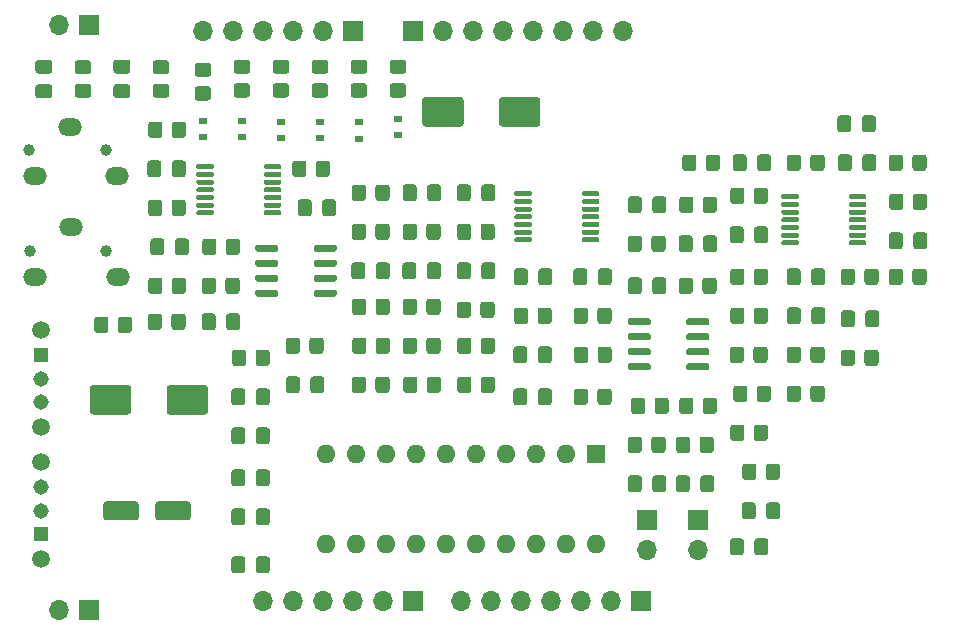
<source format=gbr>
%TF.GenerationSoftware,KiCad,Pcbnew,(5.1.7)-1*%
%TF.CreationDate,2020-12-20T22:11:26+02:00*%
%TF.ProjectId,SOUNDBOX,534f554e-4442-44f5-982e-6b696361645f,rev?*%
%TF.SameCoordinates,Original*%
%TF.FileFunction,Soldermask,Bot*%
%TF.FilePolarity,Negative*%
%FSLAX46Y46*%
G04 Gerber Fmt 4.6, Leading zero omitted, Abs format (unit mm)*
G04 Created by KiCad (PCBNEW (5.1.7)-1) date 2020-12-20 22:11:26*
%MOMM*%
%LPD*%
G01*
G04 APERTURE LIST*
%ADD10R,1.700000X1.700000*%
%ADD11O,1.700000X1.700000*%
%ADD12C,1.000000*%
%ADD13O,2.000000X1.500000*%
%ADD14R,1.308000X1.308000*%
%ADD15C,1.308000*%
%ADD16C,1.500000*%
%ADD17R,1.600000X1.600000*%
%ADD18O,1.600000X1.600000*%
%ADD19R,0.700000X0.600000*%
G04 APERTURE END LIST*
%TO.C,R1*%
G36*
G01*
X112462000Y-147770001D02*
X112462000Y-146869999D01*
G75*
G02*
X112711999Y-146620000I249999J0D01*
G01*
X113412001Y-146620000D01*
G75*
G02*
X113662000Y-146869999I0J-249999D01*
G01*
X113662000Y-147770001D01*
G75*
G02*
X113412001Y-148020000I-249999J0D01*
G01*
X112711999Y-148020000D01*
G75*
G02*
X112462000Y-147770001I0J249999D01*
G01*
G37*
G36*
G01*
X114462000Y-147770001D02*
X114462000Y-146869999D01*
G75*
G02*
X114711999Y-146620000I249999J0D01*
G01*
X115412001Y-146620000D01*
G75*
G02*
X115662000Y-146869999I0J-249999D01*
G01*
X115662000Y-147770001D01*
G75*
G02*
X115412001Y-148020000I-249999J0D01*
G01*
X114711999Y-148020000D01*
G75*
G02*
X114462000Y-147770001I0J249999D01*
G01*
G37*
%TD*%
%TO.C,R28*%
G36*
G01*
X112646000Y-133661999D02*
X112646000Y-134562001D01*
G75*
G02*
X112396001Y-134812000I-249999J0D01*
G01*
X111695999Y-134812000D01*
G75*
G02*
X111446000Y-134562001I0J249999D01*
G01*
X111446000Y-133661999D01*
G75*
G02*
X111695999Y-133412000I249999J0D01*
G01*
X112396001Y-133412000D01*
G75*
G02*
X112646000Y-133661999I0J-249999D01*
G01*
G37*
G36*
G01*
X114646000Y-133661999D02*
X114646000Y-134562001D01*
G75*
G02*
X114396001Y-134812000I-249999J0D01*
G01*
X113695999Y-134812000D01*
G75*
G02*
X113446000Y-134562001I0J249999D01*
G01*
X113446000Y-133661999D01*
G75*
G02*
X113695999Y-133412000I249999J0D01*
G01*
X114396001Y-133412000D01*
G75*
G02*
X114646000Y-133661999I0J-249999D01*
G01*
G37*
%TD*%
%TO.C,C32*%
G36*
G01*
X104865500Y-148811000D02*
X104865500Y-147861000D01*
G75*
G02*
X105115500Y-147611000I250000J0D01*
G01*
X105790500Y-147611000D01*
G75*
G02*
X106040500Y-147861000I0J-250000D01*
G01*
X106040500Y-148811000D01*
G75*
G02*
X105790500Y-149061000I-250000J0D01*
G01*
X105115500Y-149061000D01*
G75*
G02*
X104865500Y-148811000I0J250000D01*
G01*
G37*
G36*
G01*
X102790500Y-148811000D02*
X102790500Y-147861000D01*
G75*
G02*
X103040500Y-147611000I250000J0D01*
G01*
X103715500Y-147611000D01*
G75*
G02*
X103965500Y-147861000I0J-250000D01*
G01*
X103965500Y-148811000D01*
G75*
G02*
X103715500Y-149061000I-250000J0D01*
G01*
X103040500Y-149061000D01*
G75*
G02*
X102790500Y-148811000I0J250000D01*
G01*
G37*
%TD*%
%TO.C,C3*%
G36*
G01*
X93095500Y-137889000D02*
X93095500Y-136939000D01*
G75*
G02*
X93345500Y-136689000I250000J0D01*
G01*
X94020500Y-136689000D01*
G75*
G02*
X94270500Y-136939000I0J-250000D01*
G01*
X94270500Y-137889000D01*
G75*
G02*
X94020500Y-138139000I-250000J0D01*
G01*
X93345500Y-138139000D01*
G75*
G02*
X93095500Y-137889000I0J250000D01*
G01*
G37*
G36*
G01*
X95170500Y-137889000D02*
X95170500Y-136939000D01*
G75*
G02*
X95420500Y-136689000I250000J0D01*
G01*
X96095500Y-136689000D01*
G75*
G02*
X96345500Y-136939000I0J-250000D01*
G01*
X96345500Y-137889000D01*
G75*
G02*
X96095500Y-138139000I-250000J0D01*
G01*
X95420500Y-138139000D01*
G75*
G02*
X95170500Y-137889000I0J250000D01*
G01*
G37*
%TD*%
%TO.C,U2*%
G36*
G01*
X93174000Y-127780000D02*
X93174000Y-127580000D01*
G75*
G02*
X93274000Y-127480000I100000J0D01*
G01*
X94549000Y-127480000D01*
G75*
G02*
X94649000Y-127580000I0J-100000D01*
G01*
X94649000Y-127780000D01*
G75*
G02*
X94549000Y-127880000I-100000J0D01*
G01*
X93274000Y-127880000D01*
G75*
G02*
X93174000Y-127780000I0J100000D01*
G01*
G37*
G36*
G01*
X93174000Y-127130000D02*
X93174000Y-126930000D01*
G75*
G02*
X93274000Y-126830000I100000J0D01*
G01*
X94549000Y-126830000D01*
G75*
G02*
X94649000Y-126930000I0J-100000D01*
G01*
X94649000Y-127130000D01*
G75*
G02*
X94549000Y-127230000I-100000J0D01*
G01*
X93274000Y-127230000D01*
G75*
G02*
X93174000Y-127130000I0J100000D01*
G01*
G37*
G36*
G01*
X93174000Y-126480000D02*
X93174000Y-126280000D01*
G75*
G02*
X93274000Y-126180000I100000J0D01*
G01*
X94549000Y-126180000D01*
G75*
G02*
X94649000Y-126280000I0J-100000D01*
G01*
X94649000Y-126480000D01*
G75*
G02*
X94549000Y-126580000I-100000J0D01*
G01*
X93274000Y-126580000D01*
G75*
G02*
X93174000Y-126480000I0J100000D01*
G01*
G37*
G36*
G01*
X93174000Y-125830000D02*
X93174000Y-125630000D01*
G75*
G02*
X93274000Y-125530000I100000J0D01*
G01*
X94549000Y-125530000D01*
G75*
G02*
X94649000Y-125630000I0J-100000D01*
G01*
X94649000Y-125830000D01*
G75*
G02*
X94549000Y-125930000I-100000J0D01*
G01*
X93274000Y-125930000D01*
G75*
G02*
X93174000Y-125830000I0J100000D01*
G01*
G37*
G36*
G01*
X93174000Y-125180000D02*
X93174000Y-124980000D01*
G75*
G02*
X93274000Y-124880000I100000J0D01*
G01*
X94549000Y-124880000D01*
G75*
G02*
X94649000Y-124980000I0J-100000D01*
G01*
X94649000Y-125180000D01*
G75*
G02*
X94549000Y-125280000I-100000J0D01*
G01*
X93274000Y-125280000D01*
G75*
G02*
X93174000Y-125180000I0J100000D01*
G01*
G37*
G36*
G01*
X93174000Y-124530000D02*
X93174000Y-124330000D01*
G75*
G02*
X93274000Y-124230000I100000J0D01*
G01*
X94549000Y-124230000D01*
G75*
G02*
X94649000Y-124330000I0J-100000D01*
G01*
X94649000Y-124530000D01*
G75*
G02*
X94549000Y-124630000I-100000J0D01*
G01*
X93274000Y-124630000D01*
G75*
G02*
X93174000Y-124530000I0J100000D01*
G01*
G37*
G36*
G01*
X93174000Y-123880000D02*
X93174000Y-123680000D01*
G75*
G02*
X93274000Y-123580000I100000J0D01*
G01*
X94549000Y-123580000D01*
G75*
G02*
X94649000Y-123680000I0J-100000D01*
G01*
X94649000Y-123880000D01*
G75*
G02*
X94549000Y-123980000I-100000J0D01*
G01*
X93274000Y-123980000D01*
G75*
G02*
X93174000Y-123880000I0J100000D01*
G01*
G37*
G36*
G01*
X98899000Y-123880000D02*
X98899000Y-123680000D01*
G75*
G02*
X98999000Y-123580000I100000J0D01*
G01*
X100274000Y-123580000D01*
G75*
G02*
X100374000Y-123680000I0J-100000D01*
G01*
X100374000Y-123880000D01*
G75*
G02*
X100274000Y-123980000I-100000J0D01*
G01*
X98999000Y-123980000D01*
G75*
G02*
X98899000Y-123880000I0J100000D01*
G01*
G37*
G36*
G01*
X98899000Y-124530000D02*
X98899000Y-124330000D01*
G75*
G02*
X98999000Y-124230000I100000J0D01*
G01*
X100274000Y-124230000D01*
G75*
G02*
X100374000Y-124330000I0J-100000D01*
G01*
X100374000Y-124530000D01*
G75*
G02*
X100274000Y-124630000I-100000J0D01*
G01*
X98999000Y-124630000D01*
G75*
G02*
X98899000Y-124530000I0J100000D01*
G01*
G37*
G36*
G01*
X98899000Y-125180000D02*
X98899000Y-124980000D01*
G75*
G02*
X98999000Y-124880000I100000J0D01*
G01*
X100274000Y-124880000D01*
G75*
G02*
X100374000Y-124980000I0J-100000D01*
G01*
X100374000Y-125180000D01*
G75*
G02*
X100274000Y-125280000I-100000J0D01*
G01*
X98999000Y-125280000D01*
G75*
G02*
X98899000Y-125180000I0J100000D01*
G01*
G37*
G36*
G01*
X98899000Y-125830000D02*
X98899000Y-125630000D01*
G75*
G02*
X98999000Y-125530000I100000J0D01*
G01*
X100274000Y-125530000D01*
G75*
G02*
X100374000Y-125630000I0J-100000D01*
G01*
X100374000Y-125830000D01*
G75*
G02*
X100274000Y-125930000I-100000J0D01*
G01*
X98999000Y-125930000D01*
G75*
G02*
X98899000Y-125830000I0J100000D01*
G01*
G37*
G36*
G01*
X98899000Y-126480000D02*
X98899000Y-126280000D01*
G75*
G02*
X98999000Y-126180000I100000J0D01*
G01*
X100274000Y-126180000D01*
G75*
G02*
X100374000Y-126280000I0J-100000D01*
G01*
X100374000Y-126480000D01*
G75*
G02*
X100274000Y-126580000I-100000J0D01*
G01*
X98999000Y-126580000D01*
G75*
G02*
X98899000Y-126480000I0J100000D01*
G01*
G37*
G36*
G01*
X98899000Y-127130000D02*
X98899000Y-126930000D01*
G75*
G02*
X98999000Y-126830000I100000J0D01*
G01*
X100274000Y-126830000D01*
G75*
G02*
X100374000Y-126930000I0J-100000D01*
G01*
X100374000Y-127130000D01*
G75*
G02*
X100274000Y-127230000I-100000J0D01*
G01*
X98999000Y-127230000D01*
G75*
G02*
X98899000Y-127130000I0J100000D01*
G01*
G37*
G36*
G01*
X98899000Y-127780000D02*
X98899000Y-127580000D01*
G75*
G02*
X98999000Y-127480000I100000J0D01*
G01*
X100274000Y-127480000D01*
G75*
G02*
X100374000Y-127580000I0J-100000D01*
G01*
X100374000Y-127780000D01*
G75*
G02*
X100274000Y-127880000I-100000J0D01*
G01*
X98999000Y-127880000D01*
G75*
G02*
X98899000Y-127780000I0J100000D01*
G01*
G37*
%TD*%
%TO.C,C33*%
G36*
G01*
X69219500Y-151605000D02*
X69219500Y-150655000D01*
G75*
G02*
X69469500Y-150405000I250000J0D01*
G01*
X70144500Y-150405000D01*
G75*
G02*
X70394500Y-150655000I0J-250000D01*
G01*
X70394500Y-151605000D01*
G75*
G02*
X70144500Y-151855000I-250000J0D01*
G01*
X69469500Y-151855000D01*
G75*
G02*
X69219500Y-151605000I0J250000D01*
G01*
G37*
G36*
G01*
X71294500Y-151605000D02*
X71294500Y-150655000D01*
G75*
G02*
X71544500Y-150405000I250000J0D01*
G01*
X72219500Y-150405000D01*
G75*
G02*
X72469500Y-150655000I0J-250000D01*
G01*
X72469500Y-151605000D01*
G75*
G02*
X72219500Y-151855000I-250000J0D01*
G01*
X71544500Y-151855000D01*
G75*
G02*
X71294500Y-151605000I0J250000D01*
G01*
G37*
%TD*%
%TO.C,U3*%
G36*
G01*
X66250000Y-125494000D02*
X66250000Y-125294000D01*
G75*
G02*
X66350000Y-125194000I100000J0D01*
G01*
X67625000Y-125194000D01*
G75*
G02*
X67725000Y-125294000I0J-100000D01*
G01*
X67725000Y-125494000D01*
G75*
G02*
X67625000Y-125594000I-100000J0D01*
G01*
X66350000Y-125594000D01*
G75*
G02*
X66250000Y-125494000I0J100000D01*
G01*
G37*
G36*
G01*
X66250000Y-124844000D02*
X66250000Y-124644000D01*
G75*
G02*
X66350000Y-124544000I100000J0D01*
G01*
X67625000Y-124544000D01*
G75*
G02*
X67725000Y-124644000I0J-100000D01*
G01*
X67725000Y-124844000D01*
G75*
G02*
X67625000Y-124944000I-100000J0D01*
G01*
X66350000Y-124944000D01*
G75*
G02*
X66250000Y-124844000I0J100000D01*
G01*
G37*
G36*
G01*
X66250000Y-124194000D02*
X66250000Y-123994000D01*
G75*
G02*
X66350000Y-123894000I100000J0D01*
G01*
X67625000Y-123894000D01*
G75*
G02*
X67725000Y-123994000I0J-100000D01*
G01*
X67725000Y-124194000D01*
G75*
G02*
X67625000Y-124294000I-100000J0D01*
G01*
X66350000Y-124294000D01*
G75*
G02*
X66250000Y-124194000I0J100000D01*
G01*
G37*
G36*
G01*
X66250000Y-123544000D02*
X66250000Y-123344000D01*
G75*
G02*
X66350000Y-123244000I100000J0D01*
G01*
X67625000Y-123244000D01*
G75*
G02*
X67725000Y-123344000I0J-100000D01*
G01*
X67725000Y-123544000D01*
G75*
G02*
X67625000Y-123644000I-100000J0D01*
G01*
X66350000Y-123644000D01*
G75*
G02*
X66250000Y-123544000I0J100000D01*
G01*
G37*
G36*
G01*
X66250000Y-122894000D02*
X66250000Y-122694000D01*
G75*
G02*
X66350000Y-122594000I100000J0D01*
G01*
X67625000Y-122594000D01*
G75*
G02*
X67725000Y-122694000I0J-100000D01*
G01*
X67725000Y-122894000D01*
G75*
G02*
X67625000Y-122994000I-100000J0D01*
G01*
X66350000Y-122994000D01*
G75*
G02*
X66250000Y-122894000I0J100000D01*
G01*
G37*
G36*
G01*
X66250000Y-122244000D02*
X66250000Y-122044000D01*
G75*
G02*
X66350000Y-121944000I100000J0D01*
G01*
X67625000Y-121944000D01*
G75*
G02*
X67725000Y-122044000I0J-100000D01*
G01*
X67725000Y-122244000D01*
G75*
G02*
X67625000Y-122344000I-100000J0D01*
G01*
X66350000Y-122344000D01*
G75*
G02*
X66250000Y-122244000I0J100000D01*
G01*
G37*
G36*
G01*
X66250000Y-121594000D02*
X66250000Y-121394000D01*
G75*
G02*
X66350000Y-121294000I100000J0D01*
G01*
X67625000Y-121294000D01*
G75*
G02*
X67725000Y-121394000I0J-100000D01*
G01*
X67725000Y-121594000D01*
G75*
G02*
X67625000Y-121694000I-100000J0D01*
G01*
X66350000Y-121694000D01*
G75*
G02*
X66250000Y-121594000I0J100000D01*
G01*
G37*
G36*
G01*
X71975000Y-121594000D02*
X71975000Y-121394000D01*
G75*
G02*
X72075000Y-121294000I100000J0D01*
G01*
X73350000Y-121294000D01*
G75*
G02*
X73450000Y-121394000I0J-100000D01*
G01*
X73450000Y-121594000D01*
G75*
G02*
X73350000Y-121694000I-100000J0D01*
G01*
X72075000Y-121694000D01*
G75*
G02*
X71975000Y-121594000I0J100000D01*
G01*
G37*
G36*
G01*
X71975000Y-122244000D02*
X71975000Y-122044000D01*
G75*
G02*
X72075000Y-121944000I100000J0D01*
G01*
X73350000Y-121944000D01*
G75*
G02*
X73450000Y-122044000I0J-100000D01*
G01*
X73450000Y-122244000D01*
G75*
G02*
X73350000Y-122344000I-100000J0D01*
G01*
X72075000Y-122344000D01*
G75*
G02*
X71975000Y-122244000I0J100000D01*
G01*
G37*
G36*
G01*
X71975000Y-122894000D02*
X71975000Y-122694000D01*
G75*
G02*
X72075000Y-122594000I100000J0D01*
G01*
X73350000Y-122594000D01*
G75*
G02*
X73450000Y-122694000I0J-100000D01*
G01*
X73450000Y-122894000D01*
G75*
G02*
X73350000Y-122994000I-100000J0D01*
G01*
X72075000Y-122994000D01*
G75*
G02*
X71975000Y-122894000I0J100000D01*
G01*
G37*
G36*
G01*
X71975000Y-123544000D02*
X71975000Y-123344000D01*
G75*
G02*
X72075000Y-123244000I100000J0D01*
G01*
X73350000Y-123244000D01*
G75*
G02*
X73450000Y-123344000I0J-100000D01*
G01*
X73450000Y-123544000D01*
G75*
G02*
X73350000Y-123644000I-100000J0D01*
G01*
X72075000Y-123644000D01*
G75*
G02*
X71975000Y-123544000I0J100000D01*
G01*
G37*
G36*
G01*
X71975000Y-124194000D02*
X71975000Y-123994000D01*
G75*
G02*
X72075000Y-123894000I100000J0D01*
G01*
X73350000Y-123894000D01*
G75*
G02*
X73450000Y-123994000I0J-100000D01*
G01*
X73450000Y-124194000D01*
G75*
G02*
X73350000Y-124294000I-100000J0D01*
G01*
X72075000Y-124294000D01*
G75*
G02*
X71975000Y-124194000I0J100000D01*
G01*
G37*
G36*
G01*
X71975000Y-124844000D02*
X71975000Y-124644000D01*
G75*
G02*
X72075000Y-124544000I100000J0D01*
G01*
X73350000Y-124544000D01*
G75*
G02*
X73450000Y-124644000I0J-100000D01*
G01*
X73450000Y-124844000D01*
G75*
G02*
X73350000Y-124944000I-100000J0D01*
G01*
X72075000Y-124944000D01*
G75*
G02*
X71975000Y-124844000I0J100000D01*
G01*
G37*
G36*
G01*
X71975000Y-125494000D02*
X71975000Y-125294000D01*
G75*
G02*
X72075000Y-125194000I100000J0D01*
G01*
X73350000Y-125194000D01*
G75*
G02*
X73450000Y-125294000I0J-100000D01*
G01*
X73450000Y-125494000D01*
G75*
G02*
X73350000Y-125594000I-100000J0D01*
G01*
X72075000Y-125594000D01*
G75*
G02*
X71975000Y-125494000I0J100000D01*
G01*
G37*
%TD*%
%TO.C,C30*%
G36*
G01*
X85372000Y-117840000D02*
X85372000Y-115840000D01*
G75*
G02*
X85622000Y-115590000I250000J0D01*
G01*
X88622000Y-115590000D01*
G75*
G02*
X88872000Y-115840000I0J-250000D01*
G01*
X88872000Y-117840000D01*
G75*
G02*
X88622000Y-118090000I-250000J0D01*
G01*
X85622000Y-118090000D01*
G75*
G02*
X85372000Y-117840000I0J250000D01*
G01*
G37*
G36*
G01*
X91872000Y-117840000D02*
X91872000Y-115840000D01*
G75*
G02*
X92122000Y-115590000I250000J0D01*
G01*
X95122000Y-115590000D01*
G75*
G02*
X95372000Y-115840000I0J-250000D01*
G01*
X95372000Y-117840000D01*
G75*
G02*
X95122000Y-118090000I-250000J0D01*
G01*
X92122000Y-118090000D01*
G75*
G02*
X91872000Y-117840000I0J250000D01*
G01*
G37*
%TD*%
%TO.C,U4*%
G36*
G01*
X121505000Y-128034000D02*
X121505000Y-127834000D01*
G75*
G02*
X121605000Y-127734000I100000J0D01*
G01*
X122880000Y-127734000D01*
G75*
G02*
X122980000Y-127834000I0J-100000D01*
G01*
X122980000Y-128034000D01*
G75*
G02*
X122880000Y-128134000I-100000J0D01*
G01*
X121605000Y-128134000D01*
G75*
G02*
X121505000Y-128034000I0J100000D01*
G01*
G37*
G36*
G01*
X121505000Y-127384000D02*
X121505000Y-127184000D01*
G75*
G02*
X121605000Y-127084000I100000J0D01*
G01*
X122880000Y-127084000D01*
G75*
G02*
X122980000Y-127184000I0J-100000D01*
G01*
X122980000Y-127384000D01*
G75*
G02*
X122880000Y-127484000I-100000J0D01*
G01*
X121605000Y-127484000D01*
G75*
G02*
X121505000Y-127384000I0J100000D01*
G01*
G37*
G36*
G01*
X121505000Y-126734000D02*
X121505000Y-126534000D01*
G75*
G02*
X121605000Y-126434000I100000J0D01*
G01*
X122880000Y-126434000D01*
G75*
G02*
X122980000Y-126534000I0J-100000D01*
G01*
X122980000Y-126734000D01*
G75*
G02*
X122880000Y-126834000I-100000J0D01*
G01*
X121605000Y-126834000D01*
G75*
G02*
X121505000Y-126734000I0J100000D01*
G01*
G37*
G36*
G01*
X121505000Y-126084000D02*
X121505000Y-125884000D01*
G75*
G02*
X121605000Y-125784000I100000J0D01*
G01*
X122880000Y-125784000D01*
G75*
G02*
X122980000Y-125884000I0J-100000D01*
G01*
X122980000Y-126084000D01*
G75*
G02*
X122880000Y-126184000I-100000J0D01*
G01*
X121605000Y-126184000D01*
G75*
G02*
X121505000Y-126084000I0J100000D01*
G01*
G37*
G36*
G01*
X121505000Y-125434000D02*
X121505000Y-125234000D01*
G75*
G02*
X121605000Y-125134000I100000J0D01*
G01*
X122880000Y-125134000D01*
G75*
G02*
X122980000Y-125234000I0J-100000D01*
G01*
X122980000Y-125434000D01*
G75*
G02*
X122880000Y-125534000I-100000J0D01*
G01*
X121605000Y-125534000D01*
G75*
G02*
X121505000Y-125434000I0J100000D01*
G01*
G37*
G36*
G01*
X121505000Y-124784000D02*
X121505000Y-124584000D01*
G75*
G02*
X121605000Y-124484000I100000J0D01*
G01*
X122880000Y-124484000D01*
G75*
G02*
X122980000Y-124584000I0J-100000D01*
G01*
X122980000Y-124784000D01*
G75*
G02*
X122880000Y-124884000I-100000J0D01*
G01*
X121605000Y-124884000D01*
G75*
G02*
X121505000Y-124784000I0J100000D01*
G01*
G37*
G36*
G01*
X121505000Y-124134000D02*
X121505000Y-123934000D01*
G75*
G02*
X121605000Y-123834000I100000J0D01*
G01*
X122880000Y-123834000D01*
G75*
G02*
X122980000Y-123934000I0J-100000D01*
G01*
X122980000Y-124134000D01*
G75*
G02*
X122880000Y-124234000I-100000J0D01*
G01*
X121605000Y-124234000D01*
G75*
G02*
X121505000Y-124134000I0J100000D01*
G01*
G37*
G36*
G01*
X115780000Y-124134000D02*
X115780000Y-123934000D01*
G75*
G02*
X115880000Y-123834000I100000J0D01*
G01*
X117155000Y-123834000D01*
G75*
G02*
X117255000Y-123934000I0J-100000D01*
G01*
X117255000Y-124134000D01*
G75*
G02*
X117155000Y-124234000I-100000J0D01*
G01*
X115880000Y-124234000D01*
G75*
G02*
X115780000Y-124134000I0J100000D01*
G01*
G37*
G36*
G01*
X115780000Y-124784000D02*
X115780000Y-124584000D01*
G75*
G02*
X115880000Y-124484000I100000J0D01*
G01*
X117155000Y-124484000D01*
G75*
G02*
X117255000Y-124584000I0J-100000D01*
G01*
X117255000Y-124784000D01*
G75*
G02*
X117155000Y-124884000I-100000J0D01*
G01*
X115880000Y-124884000D01*
G75*
G02*
X115780000Y-124784000I0J100000D01*
G01*
G37*
G36*
G01*
X115780000Y-125434000D02*
X115780000Y-125234000D01*
G75*
G02*
X115880000Y-125134000I100000J0D01*
G01*
X117155000Y-125134000D01*
G75*
G02*
X117255000Y-125234000I0J-100000D01*
G01*
X117255000Y-125434000D01*
G75*
G02*
X117155000Y-125534000I-100000J0D01*
G01*
X115880000Y-125534000D01*
G75*
G02*
X115780000Y-125434000I0J100000D01*
G01*
G37*
G36*
G01*
X115780000Y-126084000D02*
X115780000Y-125884000D01*
G75*
G02*
X115880000Y-125784000I100000J0D01*
G01*
X117155000Y-125784000D01*
G75*
G02*
X117255000Y-125884000I0J-100000D01*
G01*
X117255000Y-126084000D01*
G75*
G02*
X117155000Y-126184000I-100000J0D01*
G01*
X115880000Y-126184000D01*
G75*
G02*
X115780000Y-126084000I0J100000D01*
G01*
G37*
G36*
G01*
X115780000Y-126734000D02*
X115780000Y-126534000D01*
G75*
G02*
X115880000Y-126434000I100000J0D01*
G01*
X117155000Y-126434000D01*
G75*
G02*
X117255000Y-126534000I0J-100000D01*
G01*
X117255000Y-126734000D01*
G75*
G02*
X117155000Y-126834000I-100000J0D01*
G01*
X115880000Y-126834000D01*
G75*
G02*
X115780000Y-126734000I0J100000D01*
G01*
G37*
G36*
G01*
X115780000Y-127384000D02*
X115780000Y-127184000D01*
G75*
G02*
X115880000Y-127084000I100000J0D01*
G01*
X117155000Y-127084000D01*
G75*
G02*
X117255000Y-127184000I0J-100000D01*
G01*
X117255000Y-127384000D01*
G75*
G02*
X117155000Y-127484000I-100000J0D01*
G01*
X115880000Y-127484000D01*
G75*
G02*
X115780000Y-127384000I0J100000D01*
G01*
G37*
G36*
G01*
X115780000Y-128034000D02*
X115780000Y-127834000D01*
G75*
G02*
X115880000Y-127734000I100000J0D01*
G01*
X117155000Y-127734000D01*
G75*
G02*
X117255000Y-127834000I0J-100000D01*
G01*
X117255000Y-128034000D01*
G75*
G02*
X117155000Y-128134000I-100000J0D01*
G01*
X115880000Y-128134000D01*
G75*
G02*
X115780000Y-128034000I0J100000D01*
G01*
G37*
%TD*%
%TO.C,R18*%
G36*
G01*
X86928000Y-132899999D02*
X86928000Y-133800001D01*
G75*
G02*
X86678001Y-134050000I-249999J0D01*
G01*
X85977999Y-134050000D01*
G75*
G02*
X85728000Y-133800001I0J249999D01*
G01*
X85728000Y-132899999D01*
G75*
G02*
X85977999Y-132650000I249999J0D01*
G01*
X86678001Y-132650000D01*
G75*
G02*
X86928000Y-132899999I0J-249999D01*
G01*
G37*
G36*
G01*
X84928000Y-132899999D02*
X84928000Y-133800001D01*
G75*
G02*
X84678001Y-134050000I-249999J0D01*
G01*
X83977999Y-134050000D01*
G75*
G02*
X83728000Y-133800001I0J249999D01*
G01*
X83728000Y-132899999D01*
G75*
G02*
X83977999Y-132650000I249999J0D01*
G01*
X84678001Y-132650000D01*
G75*
G02*
X84928000Y-132899999I0J-249999D01*
G01*
G37*
%TD*%
%TO.C,C1*%
G36*
G01*
X70394500Y-140495000D02*
X70394500Y-141445000D01*
G75*
G02*
X70144500Y-141695000I-250000J0D01*
G01*
X69469500Y-141695000D01*
G75*
G02*
X69219500Y-141445000I0J250000D01*
G01*
X69219500Y-140495000D01*
G75*
G02*
X69469500Y-140245000I250000J0D01*
G01*
X70144500Y-140245000D01*
G75*
G02*
X70394500Y-140495000I0J-250000D01*
G01*
G37*
G36*
G01*
X72469500Y-140495000D02*
X72469500Y-141445000D01*
G75*
G02*
X72219500Y-141695000I-250000J0D01*
G01*
X71544500Y-141695000D01*
G75*
G02*
X71294500Y-141445000I0J250000D01*
G01*
X71294500Y-140495000D01*
G75*
G02*
X71544500Y-140245000I250000J0D01*
G01*
X72219500Y-140245000D01*
G75*
G02*
X72469500Y-140495000I0J-250000D01*
G01*
G37*
%TD*%
%TO.C,C2*%
G36*
G01*
X116231000Y-131285000D02*
X116231000Y-130335000D01*
G75*
G02*
X116481000Y-130085000I250000J0D01*
G01*
X117156000Y-130085000D01*
G75*
G02*
X117406000Y-130335000I0J-250000D01*
G01*
X117406000Y-131285000D01*
G75*
G02*
X117156000Y-131535000I-250000J0D01*
G01*
X116481000Y-131535000D01*
G75*
G02*
X116231000Y-131285000I0J250000D01*
G01*
G37*
G36*
G01*
X118306000Y-131285000D02*
X118306000Y-130335000D01*
G75*
G02*
X118556000Y-130085000I250000J0D01*
G01*
X119231000Y-130085000D01*
G75*
G02*
X119481000Y-130335000I0J-250000D01*
G01*
X119481000Y-131285000D01*
G75*
G02*
X119231000Y-131535000I-250000J0D01*
G01*
X118556000Y-131535000D01*
G75*
G02*
X118306000Y-131285000I0J250000D01*
G01*
G37*
%TD*%
%TO.C,C4*%
G36*
G01*
X64436500Y-128745000D02*
X64436500Y-127795000D01*
G75*
G02*
X64686500Y-127545000I250000J0D01*
G01*
X65361500Y-127545000D01*
G75*
G02*
X65611500Y-127795000I0J-250000D01*
G01*
X65611500Y-128745000D01*
G75*
G02*
X65361500Y-128995000I-250000J0D01*
G01*
X64686500Y-128995000D01*
G75*
G02*
X64436500Y-128745000I0J250000D01*
G01*
G37*
G36*
G01*
X62361500Y-128745000D02*
X62361500Y-127795000D01*
G75*
G02*
X62611500Y-127545000I250000J0D01*
G01*
X63286500Y-127545000D01*
G75*
G02*
X63536500Y-127795000I0J-250000D01*
G01*
X63536500Y-128745000D01*
G75*
G02*
X63286500Y-128995000I-250000J0D01*
G01*
X62611500Y-128995000D01*
G75*
G02*
X62361500Y-128745000I0J250000D01*
G01*
G37*
%TD*%
%TO.C,C5*%
G36*
G01*
X124888500Y-128237000D02*
X124888500Y-127287000D01*
G75*
G02*
X125138500Y-127037000I250000J0D01*
G01*
X125813500Y-127037000D01*
G75*
G02*
X126063500Y-127287000I0J-250000D01*
G01*
X126063500Y-128237000D01*
G75*
G02*
X125813500Y-128487000I-250000J0D01*
G01*
X125138500Y-128487000D01*
G75*
G02*
X124888500Y-128237000I0J250000D01*
G01*
G37*
G36*
G01*
X126963500Y-128237000D02*
X126963500Y-127287000D01*
G75*
G02*
X127213500Y-127037000I250000J0D01*
G01*
X127888500Y-127037000D01*
G75*
G02*
X128138500Y-127287000I0J-250000D01*
G01*
X128138500Y-128237000D01*
G75*
G02*
X127888500Y-128487000I-250000J0D01*
G01*
X127213500Y-128487000D01*
G75*
G02*
X126963500Y-128237000I0J250000D01*
G01*
G37*
%TD*%
%TO.C,C6*%
G36*
G01*
X106040500Y-131097000D02*
X106040500Y-132047000D01*
G75*
G02*
X105790500Y-132297000I-250000J0D01*
G01*
X105115500Y-132297000D01*
G75*
G02*
X104865500Y-132047000I0J250000D01*
G01*
X104865500Y-131097000D01*
G75*
G02*
X105115500Y-130847000I250000J0D01*
G01*
X105790500Y-130847000D01*
G75*
G02*
X106040500Y-131097000I0J-250000D01*
G01*
G37*
G36*
G01*
X103965500Y-131097000D02*
X103965500Y-132047000D01*
G75*
G02*
X103715500Y-132297000I-250000J0D01*
G01*
X103040500Y-132297000D01*
G75*
G02*
X102790500Y-132047000I0J250000D01*
G01*
X102790500Y-131097000D01*
G75*
G02*
X103040500Y-130847000I250000J0D01*
G01*
X103715500Y-130847000D01*
G75*
G02*
X103965500Y-131097000I0J-250000D01*
G01*
G37*
%TD*%
%TO.C,C7*%
G36*
G01*
X84872500Y-129827000D02*
X84872500Y-130777000D01*
G75*
G02*
X84622500Y-131027000I-250000J0D01*
G01*
X83947500Y-131027000D01*
G75*
G02*
X83697500Y-130777000I0J250000D01*
G01*
X83697500Y-129827000D01*
G75*
G02*
X83947500Y-129577000I250000J0D01*
G01*
X84622500Y-129577000D01*
G75*
G02*
X84872500Y-129827000I0J-250000D01*
G01*
G37*
G36*
G01*
X86947500Y-129827000D02*
X86947500Y-130777000D01*
G75*
G02*
X86697500Y-131027000I-250000J0D01*
G01*
X86022500Y-131027000D01*
G75*
G02*
X85772500Y-130777000I0J250000D01*
G01*
X85772500Y-129827000D01*
G75*
G02*
X86022500Y-129577000I250000J0D01*
G01*
X86697500Y-129577000D01*
G75*
G02*
X86947500Y-129827000I0J-250000D01*
G01*
G37*
%TD*%
%TO.C,C8*%
G36*
G01*
X118327500Y-134587000D02*
X118327500Y-133637000D01*
G75*
G02*
X118577500Y-133387000I250000J0D01*
G01*
X119252500Y-133387000D01*
G75*
G02*
X119502500Y-133637000I0J-250000D01*
G01*
X119502500Y-134587000D01*
G75*
G02*
X119252500Y-134837000I-250000J0D01*
G01*
X118577500Y-134837000D01*
G75*
G02*
X118327500Y-134587000I0J250000D01*
G01*
G37*
G36*
G01*
X116252500Y-134587000D02*
X116252500Y-133637000D01*
G75*
G02*
X116502500Y-133387000I250000J0D01*
G01*
X117177500Y-133387000D01*
G75*
G02*
X117427500Y-133637000I0J-250000D01*
G01*
X117427500Y-134587000D01*
G75*
G02*
X117177500Y-134837000I-250000J0D01*
G01*
X116502500Y-134837000D01*
G75*
G02*
X116252500Y-134587000I0J250000D01*
G01*
G37*
%TD*%
%TO.C,C9*%
G36*
G01*
X93138500Y-131285000D02*
X93138500Y-130335000D01*
G75*
G02*
X93388500Y-130085000I250000J0D01*
G01*
X94063500Y-130085000D01*
G75*
G02*
X94313500Y-130335000I0J-250000D01*
G01*
X94313500Y-131285000D01*
G75*
G02*
X94063500Y-131535000I-250000J0D01*
G01*
X93388500Y-131535000D01*
G75*
G02*
X93138500Y-131285000I0J250000D01*
G01*
G37*
G36*
G01*
X95213500Y-131285000D02*
X95213500Y-130335000D01*
G75*
G02*
X95463500Y-130085000I250000J0D01*
G01*
X96138500Y-130085000D01*
G75*
G02*
X96388500Y-130335000I0J-250000D01*
G01*
X96388500Y-131285000D01*
G75*
G02*
X96138500Y-131535000I-250000J0D01*
G01*
X95463500Y-131535000D01*
G75*
G02*
X95213500Y-131285000I0J250000D01*
G01*
G37*
%TD*%
%TO.C,C10*%
G36*
G01*
X69951000Y-134145000D02*
X69951000Y-135095000D01*
G75*
G02*
X69701000Y-135345000I-250000J0D01*
G01*
X69026000Y-135345000D01*
G75*
G02*
X68776000Y-135095000I0J250000D01*
G01*
X68776000Y-134145000D01*
G75*
G02*
X69026000Y-133895000I250000J0D01*
G01*
X69701000Y-133895000D01*
G75*
G02*
X69951000Y-134145000I0J-250000D01*
G01*
G37*
G36*
G01*
X67876000Y-134145000D02*
X67876000Y-135095000D01*
G75*
G02*
X67626000Y-135345000I-250000J0D01*
G01*
X66951000Y-135345000D01*
G75*
G02*
X66701000Y-135095000I0J250000D01*
G01*
X66701000Y-134145000D01*
G75*
G02*
X66951000Y-133895000I250000J0D01*
G01*
X67626000Y-133895000D01*
G75*
G02*
X67876000Y-134145000I0J-250000D01*
G01*
G37*
%TD*%
%TO.C,C11*%
G36*
G01*
X122899500Y-134841000D02*
X122899500Y-133891000D01*
G75*
G02*
X123149500Y-133641000I250000J0D01*
G01*
X123824500Y-133641000D01*
G75*
G02*
X124074500Y-133891000I0J-250000D01*
G01*
X124074500Y-134841000D01*
G75*
G02*
X123824500Y-135091000I-250000J0D01*
G01*
X123149500Y-135091000D01*
G75*
G02*
X122899500Y-134841000I0J250000D01*
G01*
G37*
G36*
G01*
X120824500Y-134841000D02*
X120824500Y-133891000D01*
G75*
G02*
X121074500Y-133641000I250000J0D01*
G01*
X121749500Y-133641000D01*
G75*
G02*
X121999500Y-133891000I0J-250000D01*
G01*
X121999500Y-134841000D01*
G75*
G02*
X121749500Y-135091000I-250000J0D01*
G01*
X121074500Y-135091000D01*
G75*
G02*
X120824500Y-134841000I0J250000D01*
G01*
G37*
%TD*%
%TO.C,C12*%
G36*
G01*
X100250500Y-131285000D02*
X100250500Y-130335000D01*
G75*
G02*
X100500500Y-130085000I250000J0D01*
G01*
X101175500Y-130085000D01*
G75*
G02*
X101425500Y-130335000I0J-250000D01*
G01*
X101425500Y-131285000D01*
G75*
G02*
X101175500Y-131535000I-250000J0D01*
G01*
X100500500Y-131535000D01*
G75*
G02*
X100250500Y-131285000I0J250000D01*
G01*
G37*
G36*
G01*
X98175500Y-131285000D02*
X98175500Y-130335000D01*
G75*
G02*
X98425500Y-130085000I250000J0D01*
G01*
X99100500Y-130085000D01*
G75*
G02*
X99350500Y-130335000I0J-250000D01*
G01*
X99350500Y-131285000D01*
G75*
G02*
X99100500Y-131535000I-250000J0D01*
G01*
X98425500Y-131535000D01*
G75*
G02*
X98175500Y-131285000I0J250000D01*
G01*
G37*
%TD*%
%TO.C,C13*%
G36*
G01*
X79379500Y-130777000D02*
X79379500Y-129827000D01*
G75*
G02*
X79629500Y-129577000I250000J0D01*
G01*
X80304500Y-129577000D01*
G75*
G02*
X80554500Y-129827000I0J-250000D01*
G01*
X80554500Y-130777000D01*
G75*
G02*
X80304500Y-131027000I-250000J0D01*
G01*
X79629500Y-131027000D01*
G75*
G02*
X79379500Y-130777000I0J250000D01*
G01*
G37*
G36*
G01*
X81454500Y-130777000D02*
X81454500Y-129827000D01*
G75*
G02*
X81704500Y-129577000I250000J0D01*
G01*
X82379500Y-129577000D01*
G75*
G02*
X82629500Y-129827000I0J-250000D01*
G01*
X82629500Y-130777000D01*
G75*
G02*
X82379500Y-131027000I-250000J0D01*
G01*
X81704500Y-131027000D01*
G75*
G02*
X81454500Y-130777000I0J250000D01*
G01*
G37*
%TD*%
%TO.C,C14*%
G36*
G01*
X122602500Y-118331000D02*
X122602500Y-117381000D01*
G75*
G02*
X122852500Y-117131000I250000J0D01*
G01*
X123527500Y-117131000D01*
G75*
G02*
X123777500Y-117381000I0J-250000D01*
G01*
X123777500Y-118331000D01*
G75*
G02*
X123527500Y-118581000I-250000J0D01*
G01*
X122852500Y-118581000D01*
G75*
G02*
X122602500Y-118331000I0J250000D01*
G01*
G37*
G36*
G01*
X120527500Y-118331000D02*
X120527500Y-117381000D01*
G75*
G02*
X120777500Y-117131000I250000J0D01*
G01*
X121452500Y-117131000D01*
G75*
G02*
X121702500Y-117381000I0J-250000D01*
G01*
X121702500Y-118331000D01*
G75*
G02*
X121452500Y-118581000I-250000J0D01*
G01*
X120777500Y-118581000D01*
G75*
G02*
X120527500Y-118331000I0J250000D01*
G01*
G37*
%TD*%
%TO.C,C15*%
G36*
G01*
X112834000Y-120683000D02*
X112834000Y-121633000D01*
G75*
G02*
X112584000Y-121883000I-250000J0D01*
G01*
X111909000Y-121883000D01*
G75*
G02*
X111659000Y-121633000I0J250000D01*
G01*
X111659000Y-120683000D01*
G75*
G02*
X111909000Y-120433000I250000J0D01*
G01*
X112584000Y-120433000D01*
G75*
G02*
X112834000Y-120683000I0J-250000D01*
G01*
G37*
G36*
G01*
X114909000Y-120683000D02*
X114909000Y-121633000D01*
G75*
G02*
X114659000Y-121883000I-250000J0D01*
G01*
X113984000Y-121883000D01*
G75*
G02*
X113734000Y-121633000I0J250000D01*
G01*
X113734000Y-120683000D01*
G75*
G02*
X113984000Y-120433000I250000J0D01*
G01*
X114659000Y-120433000D01*
G75*
G02*
X114909000Y-120683000I0J-250000D01*
G01*
G37*
%TD*%
%TO.C,C16*%
G36*
G01*
X107087000Y-128491000D02*
X107087000Y-127541000D01*
G75*
G02*
X107337000Y-127291000I250000J0D01*
G01*
X108012000Y-127291000D01*
G75*
G02*
X108262000Y-127541000I0J-250000D01*
G01*
X108262000Y-128491000D01*
G75*
G02*
X108012000Y-128741000I-250000J0D01*
G01*
X107337000Y-128741000D01*
G75*
G02*
X107087000Y-128491000I0J250000D01*
G01*
G37*
G36*
G01*
X109162000Y-128491000D02*
X109162000Y-127541000D01*
G75*
G02*
X109412000Y-127291000I250000J0D01*
G01*
X110087000Y-127291000D01*
G75*
G02*
X110337000Y-127541000I0J-250000D01*
G01*
X110337000Y-128491000D01*
G75*
G02*
X110087000Y-128741000I-250000J0D01*
G01*
X109412000Y-128741000D01*
G75*
G02*
X109162000Y-128491000I0J250000D01*
G01*
G37*
%TD*%
%TO.C,C17*%
G36*
G01*
X89487500Y-123223000D02*
X89487500Y-124173000D01*
G75*
G02*
X89237500Y-124423000I-250000J0D01*
G01*
X88562500Y-124423000D01*
G75*
G02*
X88312500Y-124173000I0J250000D01*
G01*
X88312500Y-123223000D01*
G75*
G02*
X88562500Y-122973000I250000J0D01*
G01*
X89237500Y-122973000D01*
G75*
G02*
X89487500Y-123223000I0J-250000D01*
G01*
G37*
G36*
G01*
X91562500Y-123223000D02*
X91562500Y-124173000D01*
G75*
G02*
X91312500Y-124423000I-250000J0D01*
G01*
X90637500Y-124423000D01*
G75*
G02*
X90387500Y-124173000I0J250000D01*
G01*
X90387500Y-123223000D01*
G75*
G02*
X90637500Y-122973000I250000J0D01*
G01*
X91312500Y-122973000D01*
G75*
G02*
X91562500Y-123223000I0J-250000D01*
G01*
G37*
%TD*%
%TO.C,C18*%
G36*
G01*
X86969000Y-123223000D02*
X86969000Y-124173000D01*
G75*
G02*
X86719000Y-124423000I-250000J0D01*
G01*
X86044000Y-124423000D01*
G75*
G02*
X85794000Y-124173000I0J250000D01*
G01*
X85794000Y-123223000D01*
G75*
G02*
X86044000Y-122973000I250000J0D01*
G01*
X86719000Y-122973000D01*
G75*
G02*
X86969000Y-123223000I0J-250000D01*
G01*
G37*
G36*
G01*
X84894000Y-123223000D02*
X84894000Y-124173000D01*
G75*
G02*
X84644000Y-124423000I-250000J0D01*
G01*
X83969000Y-124423000D01*
G75*
G02*
X83719000Y-124173000I0J250000D01*
G01*
X83719000Y-123223000D01*
G75*
G02*
X83969000Y-122973000I250000J0D01*
G01*
X84644000Y-122973000D01*
G75*
G02*
X84894000Y-123223000I0J-250000D01*
G01*
G37*
%TD*%
%TO.C,C19*%
G36*
G01*
X59469000Y-114496000D02*
X60419000Y-114496000D01*
G75*
G02*
X60669000Y-114746000I0J-250000D01*
G01*
X60669000Y-115421000D01*
G75*
G02*
X60419000Y-115671000I-250000J0D01*
G01*
X59469000Y-115671000D01*
G75*
G02*
X59219000Y-115421000I0J250000D01*
G01*
X59219000Y-114746000D01*
G75*
G02*
X59469000Y-114496000I250000J0D01*
G01*
G37*
G36*
G01*
X59469000Y-112421000D02*
X60419000Y-112421000D01*
G75*
G02*
X60669000Y-112671000I0J-250000D01*
G01*
X60669000Y-113346000D01*
G75*
G02*
X60419000Y-113596000I-250000J0D01*
G01*
X59469000Y-113596000D01*
G75*
G02*
X59219000Y-113346000I0J250000D01*
G01*
X59219000Y-112671000D01*
G75*
G02*
X59469000Y-112421000I250000J0D01*
G01*
G37*
%TD*%
%TO.C,C20*%
G36*
G01*
X120570500Y-121633000D02*
X120570500Y-120683000D01*
G75*
G02*
X120820500Y-120433000I250000J0D01*
G01*
X121495500Y-120433000D01*
G75*
G02*
X121745500Y-120683000I0J-250000D01*
G01*
X121745500Y-121633000D01*
G75*
G02*
X121495500Y-121883000I-250000J0D01*
G01*
X120820500Y-121883000D01*
G75*
G02*
X120570500Y-121633000I0J250000D01*
G01*
G37*
G36*
G01*
X122645500Y-121633000D02*
X122645500Y-120683000D01*
G75*
G02*
X122895500Y-120433000I250000J0D01*
G01*
X123570500Y-120433000D01*
G75*
G02*
X123820500Y-120683000I0J-250000D01*
G01*
X123820500Y-121633000D01*
G75*
G02*
X123570500Y-121883000I-250000J0D01*
G01*
X122895500Y-121883000D01*
G75*
G02*
X122645500Y-121633000I0J250000D01*
G01*
G37*
%TD*%
%TO.C,C21*%
G36*
G01*
X104865500Y-125189000D02*
X104865500Y-124239000D01*
G75*
G02*
X105115500Y-123989000I250000J0D01*
G01*
X105790500Y-123989000D01*
G75*
G02*
X106040500Y-124239000I0J-250000D01*
G01*
X106040500Y-125189000D01*
G75*
G02*
X105790500Y-125439000I-250000J0D01*
G01*
X105115500Y-125439000D01*
G75*
G02*
X104865500Y-125189000I0J250000D01*
G01*
G37*
G36*
G01*
X102790500Y-125189000D02*
X102790500Y-124239000D01*
G75*
G02*
X103040500Y-123989000I250000J0D01*
G01*
X103715500Y-123989000D01*
G75*
G02*
X103965500Y-124239000I0J-250000D01*
G01*
X103965500Y-125189000D01*
G75*
G02*
X103715500Y-125439000I-250000J0D01*
G01*
X103040500Y-125439000D01*
G75*
G02*
X102790500Y-125189000I0J250000D01*
G01*
G37*
%TD*%
%TO.C,C22*%
G36*
G01*
X76904000Y-125443000D02*
X76904000Y-124493000D01*
G75*
G02*
X77154000Y-124243000I250000J0D01*
G01*
X77829000Y-124243000D01*
G75*
G02*
X78079000Y-124493000I0J-250000D01*
G01*
X78079000Y-125443000D01*
G75*
G02*
X77829000Y-125693000I-250000J0D01*
G01*
X77154000Y-125693000D01*
G75*
G02*
X76904000Y-125443000I0J250000D01*
G01*
G37*
G36*
G01*
X74829000Y-125443000D02*
X74829000Y-124493000D01*
G75*
G02*
X75079000Y-124243000I250000J0D01*
G01*
X75754000Y-124243000D01*
G75*
G02*
X76004000Y-124493000I0J-250000D01*
G01*
X76004000Y-125443000D01*
G75*
G02*
X75754000Y-125693000I-250000J0D01*
G01*
X75079000Y-125693000D01*
G75*
G02*
X74829000Y-125443000I0J250000D01*
G01*
G37*
%TD*%
%TO.C,C23*%
G36*
G01*
X114655000Y-126779000D02*
X114655000Y-127729000D01*
G75*
G02*
X114405000Y-127979000I-250000J0D01*
G01*
X113730000Y-127979000D01*
G75*
G02*
X113480000Y-127729000I0J250000D01*
G01*
X113480000Y-126779000D01*
G75*
G02*
X113730000Y-126529000I250000J0D01*
G01*
X114405000Y-126529000D01*
G75*
G02*
X114655000Y-126779000I0J-250000D01*
G01*
G37*
G36*
G01*
X112580000Y-126779000D02*
X112580000Y-127729000D01*
G75*
G02*
X112330000Y-127979000I-250000J0D01*
G01*
X111655000Y-127979000D01*
G75*
G02*
X111405000Y-127729000I0J250000D01*
G01*
X111405000Y-126779000D01*
G75*
G02*
X111655000Y-126529000I250000J0D01*
G01*
X112330000Y-126529000D01*
G75*
G02*
X112580000Y-126779000I0J-250000D01*
G01*
G37*
%TD*%
%TO.C,C24*%
G36*
G01*
X91562500Y-129827000D02*
X91562500Y-130777000D01*
G75*
G02*
X91312500Y-131027000I-250000J0D01*
G01*
X90637500Y-131027000D01*
G75*
G02*
X90387500Y-130777000I0J250000D01*
G01*
X90387500Y-129827000D01*
G75*
G02*
X90637500Y-129577000I250000J0D01*
G01*
X91312500Y-129577000D01*
G75*
G02*
X91562500Y-129827000I0J-250000D01*
G01*
G37*
G36*
G01*
X89487500Y-129827000D02*
X89487500Y-130777000D01*
G75*
G02*
X89237500Y-131027000I-250000J0D01*
G01*
X88562500Y-131027000D01*
G75*
G02*
X88312500Y-130777000I0J250000D01*
G01*
X88312500Y-129827000D01*
G75*
G02*
X88562500Y-129577000I250000J0D01*
G01*
X89237500Y-129577000D01*
G75*
G02*
X89487500Y-129827000I0J-250000D01*
G01*
G37*
%TD*%
%TO.C,C25*%
G36*
G01*
X65357500Y-121191000D02*
X65357500Y-122141000D01*
G75*
G02*
X65107500Y-122391000I-250000J0D01*
G01*
X64432500Y-122391000D01*
G75*
G02*
X64182500Y-122141000I0J250000D01*
G01*
X64182500Y-121191000D01*
G75*
G02*
X64432500Y-120941000I250000J0D01*
G01*
X65107500Y-120941000D01*
G75*
G02*
X65357500Y-121191000I0J-250000D01*
G01*
G37*
G36*
G01*
X63282500Y-121191000D02*
X63282500Y-122141000D01*
G75*
G02*
X63032500Y-122391000I-250000J0D01*
G01*
X62357500Y-122391000D01*
G75*
G02*
X62107500Y-122141000I0J250000D01*
G01*
X62107500Y-121191000D01*
G75*
G02*
X62357500Y-120941000I250000J0D01*
G01*
X63032500Y-120941000D01*
G75*
G02*
X63282500Y-121191000I0J-250000D01*
G01*
G37*
%TD*%
%TO.C,C26*%
G36*
G01*
X72469500Y-143797000D02*
X72469500Y-144747000D01*
G75*
G02*
X72219500Y-144997000I-250000J0D01*
G01*
X71544500Y-144997000D01*
G75*
G02*
X71294500Y-144747000I0J250000D01*
G01*
X71294500Y-143797000D01*
G75*
G02*
X71544500Y-143547000I250000J0D01*
G01*
X72219500Y-143547000D01*
G75*
G02*
X72469500Y-143797000I0J-250000D01*
G01*
G37*
G36*
G01*
X70394500Y-143797000D02*
X70394500Y-144747000D01*
G75*
G02*
X70144500Y-144997000I-250000J0D01*
G01*
X69469500Y-144997000D01*
G75*
G02*
X69219500Y-144747000I0J250000D01*
G01*
X69219500Y-143797000D01*
G75*
G02*
X69469500Y-143547000I250000J0D01*
G01*
X70144500Y-143547000D01*
G75*
G02*
X70394500Y-143797000I0J-250000D01*
G01*
G37*
%TD*%
%TO.C,C27*%
G36*
G01*
X110104500Y-147861000D02*
X110104500Y-148811000D01*
G75*
G02*
X109854500Y-149061000I-250000J0D01*
G01*
X109179500Y-149061000D01*
G75*
G02*
X108929500Y-148811000I0J250000D01*
G01*
X108929500Y-147861000D01*
G75*
G02*
X109179500Y-147611000I250000J0D01*
G01*
X109854500Y-147611000D01*
G75*
G02*
X110104500Y-147861000I0J-250000D01*
G01*
G37*
G36*
G01*
X108029500Y-147861000D02*
X108029500Y-148811000D01*
G75*
G02*
X107779500Y-149061000I-250000J0D01*
G01*
X107104500Y-149061000D01*
G75*
G02*
X106854500Y-148811000I0J250000D01*
G01*
X106854500Y-147861000D01*
G75*
G02*
X107104500Y-147611000I250000J0D01*
G01*
X107779500Y-147611000D01*
G75*
G02*
X108029500Y-147861000I0J-250000D01*
G01*
G37*
%TD*%
%TO.C,C29*%
G36*
G01*
X71294500Y-148303000D02*
X71294500Y-147353000D01*
G75*
G02*
X71544500Y-147103000I250000J0D01*
G01*
X72219500Y-147103000D01*
G75*
G02*
X72469500Y-147353000I0J-250000D01*
G01*
X72469500Y-148303000D01*
G75*
G02*
X72219500Y-148553000I-250000J0D01*
G01*
X71544500Y-148553000D01*
G75*
G02*
X71294500Y-148303000I0J250000D01*
G01*
G37*
G36*
G01*
X69219500Y-148303000D02*
X69219500Y-147353000D01*
G75*
G02*
X69469500Y-147103000I250000J0D01*
G01*
X70144500Y-147103000D01*
G75*
G02*
X70394500Y-147353000I0J-250000D01*
G01*
X70394500Y-148303000D01*
G75*
G02*
X70144500Y-148553000I-250000J0D01*
G01*
X69469500Y-148553000D01*
G75*
G02*
X69219500Y-148303000I0J250000D01*
G01*
G37*
%TD*%
%TO.C,C31*%
G36*
G01*
X95170500Y-141445000D02*
X95170500Y-140495000D01*
G75*
G02*
X95420500Y-140245000I250000J0D01*
G01*
X96095500Y-140245000D01*
G75*
G02*
X96345500Y-140495000I0J-250000D01*
G01*
X96345500Y-141445000D01*
G75*
G02*
X96095500Y-141695000I-250000J0D01*
G01*
X95420500Y-141695000D01*
G75*
G02*
X95170500Y-141445000I0J250000D01*
G01*
G37*
G36*
G01*
X93095500Y-141445000D02*
X93095500Y-140495000D01*
G75*
G02*
X93345500Y-140245000I250000J0D01*
G01*
X94020500Y-140245000D01*
G75*
G02*
X94270500Y-140495000I0J-250000D01*
G01*
X94270500Y-141445000D01*
G75*
G02*
X94020500Y-141695000I-250000J0D01*
G01*
X93345500Y-141695000D01*
G75*
G02*
X93095500Y-141445000I0J250000D01*
G01*
G37*
%TD*%
%TO.C,C34*%
G36*
G01*
X72469500Y-154719000D02*
X72469500Y-155669000D01*
G75*
G02*
X72219500Y-155919000I-250000J0D01*
G01*
X71544500Y-155919000D01*
G75*
G02*
X71294500Y-155669000I0J250000D01*
G01*
X71294500Y-154719000D01*
G75*
G02*
X71544500Y-154469000I250000J0D01*
G01*
X72219500Y-154469000D01*
G75*
G02*
X72469500Y-154719000I0J-250000D01*
G01*
G37*
G36*
G01*
X70394500Y-154719000D02*
X70394500Y-155669000D01*
G75*
G02*
X70144500Y-155919000I-250000J0D01*
G01*
X69469500Y-155919000D01*
G75*
G02*
X69219500Y-155669000I0J250000D01*
G01*
X69219500Y-154719000D01*
G75*
G02*
X69469500Y-154469000I250000J0D01*
G01*
X70144500Y-154469000D01*
G75*
G02*
X70394500Y-154719000I0J-250000D01*
G01*
G37*
%TD*%
%TO.C,C35*%
G36*
G01*
X113501500Y-154145000D02*
X113501500Y-153195000D01*
G75*
G02*
X113751500Y-152945000I250000J0D01*
G01*
X114426500Y-152945000D01*
G75*
G02*
X114676500Y-153195000I0J-250000D01*
G01*
X114676500Y-154145000D01*
G75*
G02*
X114426500Y-154395000I-250000J0D01*
G01*
X113751500Y-154395000D01*
G75*
G02*
X113501500Y-154145000I0J250000D01*
G01*
G37*
G36*
G01*
X111426500Y-154145000D02*
X111426500Y-153195000D01*
G75*
G02*
X111676500Y-152945000I250000J0D01*
G01*
X112351500Y-152945000D01*
G75*
G02*
X112601500Y-153195000I0J-250000D01*
G01*
X112601500Y-154145000D01*
G75*
G02*
X112351500Y-154395000I-250000J0D01*
G01*
X111676500Y-154395000D01*
G75*
G02*
X111426500Y-154145000I0J250000D01*
G01*
G37*
%TD*%
%TO.C,C37*%
G36*
G01*
X52865000Y-112442500D02*
X53815000Y-112442500D01*
G75*
G02*
X54065000Y-112692500I0J-250000D01*
G01*
X54065000Y-113367500D01*
G75*
G02*
X53815000Y-113617500I-250000J0D01*
G01*
X52865000Y-113617500D01*
G75*
G02*
X52615000Y-113367500I0J250000D01*
G01*
X52615000Y-112692500D01*
G75*
G02*
X52865000Y-112442500I250000J0D01*
G01*
G37*
G36*
G01*
X52865000Y-114517500D02*
X53815000Y-114517500D01*
G75*
G02*
X54065000Y-114767500I0J-250000D01*
G01*
X54065000Y-115442500D01*
G75*
G02*
X53815000Y-115692500I-250000J0D01*
G01*
X52865000Y-115692500D01*
G75*
G02*
X52615000Y-115442500I0J250000D01*
G01*
X52615000Y-114767500D01*
G75*
G02*
X52865000Y-114517500I250000J0D01*
G01*
G37*
%TD*%
%TO.C,C41*%
G36*
G01*
X75909500Y-140429000D02*
X75909500Y-139479000D01*
G75*
G02*
X76159500Y-139229000I250000J0D01*
G01*
X76834500Y-139229000D01*
G75*
G02*
X77084500Y-139479000I0J-250000D01*
G01*
X77084500Y-140429000D01*
G75*
G02*
X76834500Y-140679000I-250000J0D01*
G01*
X76159500Y-140679000D01*
G75*
G02*
X75909500Y-140429000I0J250000D01*
G01*
G37*
G36*
G01*
X73834500Y-140429000D02*
X73834500Y-139479000D01*
G75*
G02*
X74084500Y-139229000I250000J0D01*
G01*
X74759500Y-139229000D01*
G75*
G02*
X75009500Y-139479000I0J-250000D01*
G01*
X75009500Y-140429000D01*
G75*
G02*
X74759500Y-140679000I-250000J0D01*
G01*
X74084500Y-140679000D01*
G75*
G02*
X73834500Y-140429000I0J250000D01*
G01*
G37*
%TD*%
%TO.C,C42*%
G36*
G01*
X57230000Y-142224000D02*
X57230000Y-140224000D01*
G75*
G02*
X57480000Y-139974000I250000J0D01*
G01*
X60480000Y-139974000D01*
G75*
G02*
X60730000Y-140224000I0J-250000D01*
G01*
X60730000Y-142224000D01*
G75*
G02*
X60480000Y-142474000I-250000J0D01*
G01*
X57480000Y-142474000D01*
G75*
G02*
X57230000Y-142224000I0J250000D01*
G01*
G37*
G36*
G01*
X63730000Y-142224000D02*
X63730000Y-140224000D01*
G75*
G02*
X63980000Y-139974000I250000J0D01*
G01*
X66980000Y-139974000D01*
G75*
G02*
X67230000Y-140224000I0J-250000D01*
G01*
X67230000Y-142224000D01*
G75*
G02*
X66980000Y-142474000I-250000J0D01*
G01*
X63980000Y-142474000D01*
G75*
G02*
X63730000Y-142224000I0J250000D01*
G01*
G37*
%TD*%
%TO.C,C44*%
G36*
G01*
X112421000Y-151097000D02*
X112421000Y-150147000D01*
G75*
G02*
X112671000Y-149897000I250000J0D01*
G01*
X113346000Y-149897000D01*
G75*
G02*
X113596000Y-150147000I0J-250000D01*
G01*
X113596000Y-151097000D01*
G75*
G02*
X113346000Y-151347000I-250000J0D01*
G01*
X112671000Y-151347000D01*
G75*
G02*
X112421000Y-151097000I0J250000D01*
G01*
G37*
G36*
G01*
X114496000Y-151097000D02*
X114496000Y-150147000D01*
G75*
G02*
X114746000Y-149897000I250000J0D01*
G01*
X115421000Y-149897000D01*
G75*
G02*
X115671000Y-150147000I0J-250000D01*
G01*
X115671000Y-151097000D01*
G75*
G02*
X115421000Y-151347000I-250000J0D01*
G01*
X114746000Y-151347000D01*
G75*
G02*
X114496000Y-151097000I0J250000D01*
G01*
G37*
%TD*%
D10*
%TO.C,J1*%
X79502000Y-109982000D03*
D11*
X76962000Y-109982000D03*
X74422000Y-109982000D03*
X71882000Y-109982000D03*
X69342000Y-109982000D03*
X66802000Y-109982000D03*
%TD*%
D10*
%TO.C,J2*%
X84582000Y-109982000D03*
D11*
X87122000Y-109982000D03*
X89662000Y-109982000D03*
X92202000Y-109982000D03*
X94742000Y-109982000D03*
X97282000Y-109982000D03*
X99822000Y-109982000D03*
X102362000Y-109982000D03*
%TD*%
D10*
%TO.C,J3*%
X103886000Y-158242000D03*
D11*
X101346000Y-158242000D03*
X98806000Y-158242000D03*
X96266000Y-158242000D03*
X93726000Y-158242000D03*
X91186000Y-158242000D03*
X88646000Y-158242000D03*
%TD*%
%TO.C,J4*%
X71882000Y-158242000D03*
X74422000Y-158242000D03*
X76962000Y-158242000D03*
X79502000Y-158242000D03*
X82042000Y-158242000D03*
D10*
X84582000Y-158242000D03*
%TD*%
D12*
%TO.C,J5*%
X58636000Y-128608000D03*
D13*
X52616000Y-130798000D03*
D12*
X52126000Y-128608000D03*
D13*
X55626000Y-126608000D03*
X59606000Y-130798000D03*
%TD*%
D11*
%TO.C,LS1*%
X54610000Y-159004000D03*
D10*
X57150000Y-159004000D03*
%TD*%
%TO.C,LS2*%
X57150000Y-109474000D03*
D11*
X54610000Y-109474000D03*
%TD*%
%TO.C,R2*%
G36*
G01*
X114646000Y-143567999D02*
X114646000Y-144468001D01*
G75*
G02*
X114396001Y-144718000I-249999J0D01*
G01*
X113695999Y-144718000D01*
G75*
G02*
X113446000Y-144468001I0J249999D01*
G01*
X113446000Y-143567999D01*
G75*
G02*
X113695999Y-143318000I249999J0D01*
G01*
X114396001Y-143318000D01*
G75*
G02*
X114646000Y-143567999I0J-249999D01*
G01*
G37*
G36*
G01*
X112646000Y-143567999D02*
X112646000Y-144468001D01*
G75*
G02*
X112396001Y-144718000I-249999J0D01*
G01*
X111695999Y-144718000D01*
G75*
G02*
X111446000Y-144468001I0J249999D01*
G01*
X111446000Y-143567999D01*
G75*
G02*
X111695999Y-143318000I249999J0D01*
G01*
X112396001Y-143318000D01*
G75*
G02*
X112646000Y-143567999I0J-249999D01*
G01*
G37*
%TD*%
%TO.C,R3*%
G36*
G01*
X98206000Y-141420001D02*
X98206000Y-140519999D01*
G75*
G02*
X98455999Y-140270000I249999J0D01*
G01*
X99156001Y-140270000D01*
G75*
G02*
X99406000Y-140519999I0J-249999D01*
G01*
X99406000Y-141420001D01*
G75*
G02*
X99156001Y-141670000I-249999J0D01*
G01*
X98455999Y-141670000D01*
G75*
G02*
X98206000Y-141420001I0J249999D01*
G01*
G37*
G36*
G01*
X100206000Y-141420001D02*
X100206000Y-140519999D01*
G75*
G02*
X100455999Y-140270000I249999J0D01*
G01*
X101156001Y-140270000D01*
G75*
G02*
X101406000Y-140519999I0J-249999D01*
G01*
X101406000Y-141420001D01*
G75*
G02*
X101156001Y-141670000I-249999J0D01*
G01*
X100455999Y-141670000D01*
G75*
G02*
X100206000Y-141420001I0J249999D01*
G01*
G37*
%TD*%
%TO.C,R4*%
G36*
G01*
X85760000Y-140404001D02*
X85760000Y-139503999D01*
G75*
G02*
X86009999Y-139254000I249999J0D01*
G01*
X86710001Y-139254000D01*
G75*
G02*
X86960000Y-139503999I0J-249999D01*
G01*
X86960000Y-140404001D01*
G75*
G02*
X86710001Y-140654000I-249999J0D01*
G01*
X86009999Y-140654000D01*
G75*
G02*
X85760000Y-140404001I0J249999D01*
G01*
G37*
G36*
G01*
X83760000Y-140404001D02*
X83760000Y-139503999D01*
G75*
G02*
X84009999Y-139254000I249999J0D01*
G01*
X84710001Y-139254000D01*
G75*
G02*
X84960000Y-139503999I0J-249999D01*
G01*
X84960000Y-140404001D01*
G75*
G02*
X84710001Y-140654000I-249999J0D01*
G01*
X84009999Y-140654000D01*
G75*
G02*
X83760000Y-140404001I0J249999D01*
G01*
G37*
%TD*%
%TO.C,R5*%
G36*
G01*
X109128000Y-142182001D02*
X109128000Y-141281999D01*
G75*
G02*
X109377999Y-141032000I249999J0D01*
G01*
X110078001Y-141032000D01*
G75*
G02*
X110328000Y-141281999I0J-249999D01*
G01*
X110328000Y-142182001D01*
G75*
G02*
X110078001Y-142432000I-249999J0D01*
G01*
X109377999Y-142432000D01*
G75*
G02*
X109128000Y-142182001I0J249999D01*
G01*
G37*
G36*
G01*
X107128000Y-142182001D02*
X107128000Y-141281999D01*
G75*
G02*
X107377999Y-141032000I249999J0D01*
G01*
X108078001Y-141032000D01*
G75*
G02*
X108328000Y-141281999I0J-249999D01*
G01*
X108328000Y-142182001D01*
G75*
G02*
X108078001Y-142432000I-249999J0D01*
G01*
X107377999Y-142432000D01*
G75*
G02*
X107128000Y-142182001I0J249999D01*
G01*
G37*
%TD*%
%TO.C,R6*%
G36*
G01*
X105048000Y-142182001D02*
X105048000Y-141281999D01*
G75*
G02*
X105297999Y-141032000I249999J0D01*
G01*
X105998001Y-141032000D01*
G75*
G02*
X106248000Y-141281999I0J-249999D01*
G01*
X106248000Y-142182001D01*
G75*
G02*
X105998001Y-142432000I-249999J0D01*
G01*
X105297999Y-142432000D01*
G75*
G02*
X105048000Y-142182001I0J249999D01*
G01*
G37*
G36*
G01*
X103048000Y-142182001D02*
X103048000Y-141281999D01*
G75*
G02*
X103297999Y-141032000I249999J0D01*
G01*
X103998001Y-141032000D01*
G75*
G02*
X104248000Y-141281999I0J-249999D01*
G01*
X104248000Y-142182001D01*
G75*
G02*
X103998001Y-142432000I-249999J0D01*
G01*
X103297999Y-142432000D01*
G75*
G02*
X103048000Y-142182001I0J249999D01*
G01*
G37*
%TD*%
%TO.C,R7*%
G36*
G01*
X65370000Y-131121999D02*
X65370000Y-132022001D01*
G75*
G02*
X65120001Y-132272000I-249999J0D01*
G01*
X64419999Y-132272000D01*
G75*
G02*
X64170000Y-132022001I0J249999D01*
G01*
X64170000Y-131121999D01*
G75*
G02*
X64419999Y-130872000I249999J0D01*
G01*
X65120001Y-130872000D01*
G75*
G02*
X65370000Y-131121999I0J-249999D01*
G01*
G37*
G36*
G01*
X63370000Y-131121999D02*
X63370000Y-132022001D01*
G75*
G02*
X63120001Y-132272000I-249999J0D01*
G01*
X62419999Y-132272000D01*
G75*
G02*
X62170000Y-132022001I0J249999D01*
G01*
X62170000Y-131121999D01*
G75*
G02*
X62419999Y-130872000I249999J0D01*
G01*
X63120001Y-130872000D01*
G75*
G02*
X63370000Y-131121999I0J-249999D01*
G01*
G37*
%TD*%
%TO.C,R8*%
G36*
G01*
X70466000Y-137217999D02*
X70466000Y-138118001D01*
G75*
G02*
X70216001Y-138368000I-249999J0D01*
G01*
X69515999Y-138368000D01*
G75*
G02*
X69266000Y-138118001I0J249999D01*
G01*
X69266000Y-137217999D01*
G75*
G02*
X69515999Y-136968000I249999J0D01*
G01*
X70216001Y-136968000D01*
G75*
G02*
X70466000Y-137217999I0J-249999D01*
G01*
G37*
G36*
G01*
X72466000Y-137217999D02*
X72466000Y-138118001D01*
G75*
G02*
X72216001Y-138368000I-249999J0D01*
G01*
X71515999Y-138368000D01*
G75*
G02*
X71266000Y-138118001I0J249999D01*
G01*
X71266000Y-137217999D01*
G75*
G02*
X71515999Y-136968000I249999J0D01*
G01*
X72216001Y-136968000D01*
G75*
G02*
X72466000Y-137217999I0J-249999D01*
G01*
G37*
%TD*%
%TO.C,R9*%
G36*
G01*
X82642000Y-136201999D02*
X82642000Y-137102001D01*
G75*
G02*
X82392001Y-137352000I-249999J0D01*
G01*
X81691999Y-137352000D01*
G75*
G02*
X81442000Y-137102001I0J249999D01*
G01*
X81442000Y-136201999D01*
G75*
G02*
X81691999Y-135952000I249999J0D01*
G01*
X82392001Y-135952000D01*
G75*
G02*
X82642000Y-136201999I0J-249999D01*
G01*
G37*
G36*
G01*
X80642000Y-136201999D02*
X80642000Y-137102001D01*
G75*
G02*
X80392001Y-137352000I-249999J0D01*
G01*
X79691999Y-137352000D01*
G75*
G02*
X79442000Y-137102001I0J249999D01*
G01*
X79442000Y-136201999D01*
G75*
G02*
X79691999Y-135952000I249999J0D01*
G01*
X80392001Y-135952000D01*
G75*
G02*
X80642000Y-136201999I0J-249999D01*
G01*
G37*
%TD*%
%TO.C,R10*%
G36*
G01*
X81410000Y-140404001D02*
X81410000Y-139503999D01*
G75*
G02*
X81659999Y-139254000I249999J0D01*
G01*
X82360001Y-139254000D01*
G75*
G02*
X82610000Y-139503999I0J-249999D01*
G01*
X82610000Y-140404001D01*
G75*
G02*
X82360001Y-140654000I-249999J0D01*
G01*
X81659999Y-140654000D01*
G75*
G02*
X81410000Y-140404001I0J249999D01*
G01*
G37*
G36*
G01*
X79410000Y-140404001D02*
X79410000Y-139503999D01*
G75*
G02*
X79659999Y-139254000I249999J0D01*
G01*
X80360001Y-139254000D01*
G75*
G02*
X80610000Y-139503999I0J-249999D01*
G01*
X80610000Y-140404001D01*
G75*
G02*
X80360001Y-140654000I-249999J0D01*
G01*
X79659999Y-140654000D01*
G75*
G02*
X79410000Y-140404001I0J249999D01*
G01*
G37*
%TD*%
%TO.C,R11*%
G36*
G01*
X65338000Y-134169999D02*
X65338000Y-135070001D01*
G75*
G02*
X65088001Y-135320000I-249999J0D01*
G01*
X64387999Y-135320000D01*
G75*
G02*
X64138000Y-135070001I0J249999D01*
G01*
X64138000Y-134169999D01*
G75*
G02*
X64387999Y-133920000I249999J0D01*
G01*
X65088001Y-133920000D01*
G75*
G02*
X65338000Y-134169999I0J-249999D01*
G01*
G37*
G36*
G01*
X63338000Y-134169999D02*
X63338000Y-135070001D01*
G75*
G02*
X63088001Y-135320000I-249999J0D01*
G01*
X62387999Y-135320000D01*
G75*
G02*
X62138000Y-135070001I0J249999D01*
G01*
X62138000Y-134169999D01*
G75*
G02*
X62387999Y-133920000I249999J0D01*
G01*
X63088001Y-133920000D01*
G75*
G02*
X63338000Y-134169999I0J-249999D01*
G01*
G37*
%TD*%
%TO.C,R12*%
G36*
G01*
X59598000Y-135324001D02*
X59598000Y-134423999D01*
G75*
G02*
X59847999Y-134174000I249999J0D01*
G01*
X60548001Y-134174000D01*
G75*
G02*
X60798000Y-134423999I0J-249999D01*
G01*
X60798000Y-135324001D01*
G75*
G02*
X60548001Y-135574000I-249999J0D01*
G01*
X59847999Y-135574000D01*
G75*
G02*
X59598000Y-135324001I0J249999D01*
G01*
G37*
G36*
G01*
X57598000Y-135324001D02*
X57598000Y-134423999D01*
G75*
G02*
X57847999Y-134174000I249999J0D01*
G01*
X58548001Y-134174000D01*
G75*
G02*
X58798000Y-134423999I0J-249999D01*
G01*
X58798000Y-135324001D01*
G75*
G02*
X58548001Y-135574000I-249999J0D01*
G01*
X57847999Y-135574000D01*
G75*
G02*
X57598000Y-135324001I0J249999D01*
G01*
G37*
%TD*%
%TO.C,R13*%
G36*
G01*
X117440000Y-140265999D02*
X117440000Y-141166001D01*
G75*
G02*
X117190001Y-141416000I-249999J0D01*
G01*
X116489999Y-141416000D01*
G75*
G02*
X116240000Y-141166001I0J249999D01*
G01*
X116240000Y-140265999D01*
G75*
G02*
X116489999Y-140016000I249999J0D01*
G01*
X117190001Y-140016000D01*
G75*
G02*
X117440000Y-140265999I0J-249999D01*
G01*
G37*
G36*
G01*
X119440000Y-140265999D02*
X119440000Y-141166001D01*
G75*
G02*
X119190001Y-141416000I-249999J0D01*
G01*
X118489999Y-141416000D01*
G75*
G02*
X118240000Y-141166001I0J249999D01*
G01*
X118240000Y-140265999D01*
G75*
G02*
X118489999Y-140016000I249999J0D01*
G01*
X119190001Y-140016000D01*
G75*
G02*
X119440000Y-140265999I0J-249999D01*
G01*
G37*
%TD*%
%TO.C,R14*%
G36*
G01*
X93142000Y-134562001D02*
X93142000Y-133661999D01*
G75*
G02*
X93391999Y-133412000I249999J0D01*
G01*
X94092001Y-133412000D01*
G75*
G02*
X94342000Y-133661999I0J-249999D01*
G01*
X94342000Y-134562001D01*
G75*
G02*
X94092001Y-134812000I-249999J0D01*
G01*
X93391999Y-134812000D01*
G75*
G02*
X93142000Y-134562001I0J249999D01*
G01*
G37*
G36*
G01*
X95142000Y-134562001D02*
X95142000Y-133661999D01*
G75*
G02*
X95391999Y-133412000I249999J0D01*
G01*
X96092001Y-133412000D01*
G75*
G02*
X96342000Y-133661999I0J-249999D01*
G01*
X96342000Y-134562001D01*
G75*
G02*
X96092001Y-134812000I-249999J0D01*
G01*
X95391999Y-134812000D01*
G75*
G02*
X95142000Y-134562001I0J249999D01*
G01*
G37*
%TD*%
%TO.C,R15*%
G36*
G01*
X80626000Y-132899999D02*
X80626000Y-133800001D01*
G75*
G02*
X80376001Y-134050000I-249999J0D01*
G01*
X79675999Y-134050000D01*
G75*
G02*
X79426000Y-133800001I0J249999D01*
G01*
X79426000Y-132899999D01*
G75*
G02*
X79675999Y-132650000I249999J0D01*
G01*
X80376001Y-132650000D01*
G75*
G02*
X80626000Y-132899999I0J-249999D01*
G01*
G37*
G36*
G01*
X82626000Y-132899999D02*
X82626000Y-133800001D01*
G75*
G02*
X82376001Y-134050000I-249999J0D01*
G01*
X81675999Y-134050000D01*
G75*
G02*
X81426000Y-133800001I0J249999D01*
G01*
X81426000Y-132899999D01*
G75*
G02*
X81675999Y-132650000I249999J0D01*
G01*
X82376001Y-132650000D01*
G75*
G02*
X82626000Y-132899999I0J-249999D01*
G01*
G37*
%TD*%
%TO.C,R16*%
G36*
G01*
X126076000Y-130359999D02*
X126076000Y-131260001D01*
G75*
G02*
X125826001Y-131510000I-249999J0D01*
G01*
X125125999Y-131510000D01*
G75*
G02*
X124876000Y-131260001I0J249999D01*
G01*
X124876000Y-130359999D01*
G75*
G02*
X125125999Y-130110000I249999J0D01*
G01*
X125826001Y-130110000D01*
G75*
G02*
X126076000Y-130359999I0J-249999D01*
G01*
G37*
G36*
G01*
X128076000Y-130359999D02*
X128076000Y-131260001D01*
G75*
G02*
X127826001Y-131510000I-249999J0D01*
G01*
X127125999Y-131510000D01*
G75*
G02*
X126876000Y-131260001I0J249999D01*
G01*
X126876000Y-130359999D01*
G75*
G02*
X127125999Y-130110000I249999J0D01*
G01*
X127826001Y-130110000D01*
G75*
G02*
X128076000Y-130359999I0J-249999D01*
G01*
G37*
%TD*%
%TO.C,R17*%
G36*
G01*
X98206000Y-134562001D02*
X98206000Y-133661999D01*
G75*
G02*
X98455999Y-133412000I249999J0D01*
G01*
X99156001Y-133412000D01*
G75*
G02*
X99406000Y-133661999I0J-249999D01*
G01*
X99406000Y-134562001D01*
G75*
G02*
X99156001Y-134812000I-249999J0D01*
G01*
X98455999Y-134812000D01*
G75*
G02*
X98206000Y-134562001I0J249999D01*
G01*
G37*
G36*
G01*
X100206000Y-134562001D02*
X100206000Y-133661999D01*
G75*
G02*
X100455999Y-133412000I249999J0D01*
G01*
X101156001Y-133412000D01*
G75*
G02*
X101406000Y-133661999I0J-249999D01*
G01*
X101406000Y-134562001D01*
G75*
G02*
X101156001Y-134812000I-249999J0D01*
G01*
X100455999Y-134812000D01*
G75*
G02*
X100206000Y-134562001I0J249999D01*
G01*
G37*
%TD*%
%TO.C,R19*%
G36*
G01*
X119440000Y-136963999D02*
X119440000Y-137864001D01*
G75*
G02*
X119190001Y-138114000I-249999J0D01*
G01*
X118489999Y-138114000D01*
G75*
G02*
X118240000Y-137864001I0J249999D01*
G01*
X118240000Y-136963999D01*
G75*
G02*
X118489999Y-136714000I249999J0D01*
G01*
X119190001Y-136714000D01*
G75*
G02*
X119440000Y-136963999I0J-249999D01*
G01*
G37*
G36*
G01*
X117440000Y-136963999D02*
X117440000Y-137864001D01*
G75*
G02*
X117190001Y-138114000I-249999J0D01*
G01*
X116489999Y-138114000D01*
G75*
G02*
X116240000Y-137864001I0J249999D01*
G01*
X116240000Y-136963999D01*
G75*
G02*
X116489999Y-136714000I249999J0D01*
G01*
X117190001Y-136714000D01*
G75*
G02*
X117440000Y-136963999I0J-249999D01*
G01*
G37*
%TD*%
%TO.C,R20*%
G36*
G01*
X90332000Y-140404001D02*
X90332000Y-139503999D01*
G75*
G02*
X90581999Y-139254000I249999J0D01*
G01*
X91282001Y-139254000D01*
G75*
G02*
X91532000Y-139503999I0J-249999D01*
G01*
X91532000Y-140404001D01*
G75*
G02*
X91282001Y-140654000I-249999J0D01*
G01*
X90581999Y-140654000D01*
G75*
G02*
X90332000Y-140404001I0J249999D01*
G01*
G37*
G36*
G01*
X88332000Y-140404001D02*
X88332000Y-139503999D01*
G75*
G02*
X88581999Y-139254000I249999J0D01*
G01*
X89282001Y-139254000D01*
G75*
G02*
X89532000Y-139503999I0J-249999D01*
G01*
X89532000Y-140404001D01*
G75*
G02*
X89282001Y-140654000I-249999J0D01*
G01*
X88581999Y-140654000D01*
G75*
G02*
X88332000Y-140404001I0J249999D01*
G01*
G37*
%TD*%
%TO.C,R21*%
G36*
G01*
X66742000Y-128720001D02*
X66742000Y-127819999D01*
G75*
G02*
X66991999Y-127570000I249999J0D01*
G01*
X67692001Y-127570000D01*
G75*
G02*
X67942000Y-127819999I0J-249999D01*
G01*
X67942000Y-128720001D01*
G75*
G02*
X67692001Y-128970000I-249999J0D01*
G01*
X66991999Y-128970000D01*
G75*
G02*
X66742000Y-128720001I0J249999D01*
G01*
G37*
G36*
G01*
X68742000Y-128720001D02*
X68742000Y-127819999D01*
G75*
G02*
X68991999Y-127570000I249999J0D01*
G01*
X69692001Y-127570000D01*
G75*
G02*
X69942000Y-127819999I0J-249999D01*
G01*
X69942000Y-128720001D01*
G75*
G02*
X69692001Y-128970000I-249999J0D01*
G01*
X68991999Y-128970000D01*
G75*
G02*
X68742000Y-128720001I0J249999D01*
G01*
G37*
%TD*%
%TO.C,R22*%
G36*
G01*
X124012000Y-137217999D02*
X124012000Y-138118001D01*
G75*
G02*
X123762001Y-138368000I-249999J0D01*
G01*
X123061999Y-138368000D01*
G75*
G02*
X122812000Y-138118001I0J249999D01*
G01*
X122812000Y-137217999D01*
G75*
G02*
X123061999Y-136968000I249999J0D01*
G01*
X123762001Y-136968000D01*
G75*
G02*
X124012000Y-137217999I0J-249999D01*
G01*
G37*
G36*
G01*
X122012000Y-137217999D02*
X122012000Y-138118001D01*
G75*
G02*
X121762001Y-138368000I-249999J0D01*
G01*
X121061999Y-138368000D01*
G75*
G02*
X120812000Y-138118001I0J249999D01*
G01*
X120812000Y-137217999D01*
G75*
G02*
X121061999Y-136968000I249999J0D01*
G01*
X121762001Y-136968000D01*
G75*
G02*
X122012000Y-137217999I0J-249999D01*
G01*
G37*
%TD*%
%TO.C,R23*%
G36*
G01*
X99422000Y-136963999D02*
X99422000Y-137864001D01*
G75*
G02*
X99172001Y-138114000I-249999J0D01*
G01*
X98471999Y-138114000D01*
G75*
G02*
X98222000Y-137864001I0J249999D01*
G01*
X98222000Y-136963999D01*
G75*
G02*
X98471999Y-136714000I249999J0D01*
G01*
X99172001Y-136714000D01*
G75*
G02*
X99422000Y-136963999I0J-249999D01*
G01*
G37*
G36*
G01*
X101422000Y-136963999D02*
X101422000Y-137864001D01*
G75*
G02*
X101172001Y-138114000I-249999J0D01*
G01*
X100471999Y-138114000D01*
G75*
G02*
X100222000Y-137864001I0J249999D01*
G01*
X100222000Y-136963999D01*
G75*
G02*
X100471999Y-136714000I249999J0D01*
G01*
X101172001Y-136714000D01*
G75*
G02*
X101422000Y-136963999I0J-249999D01*
G01*
G37*
%TD*%
%TO.C,R24*%
G36*
G01*
X85728000Y-137102001D02*
X85728000Y-136201999D01*
G75*
G02*
X85977999Y-135952000I249999J0D01*
G01*
X86678001Y-135952000D01*
G75*
G02*
X86928000Y-136201999I0J-249999D01*
G01*
X86928000Y-137102001D01*
G75*
G02*
X86678001Y-137352000I-249999J0D01*
G01*
X85977999Y-137352000D01*
G75*
G02*
X85728000Y-137102001I0J249999D01*
G01*
G37*
G36*
G01*
X83728000Y-137102001D02*
X83728000Y-136201999D01*
G75*
G02*
X83977999Y-135952000I249999J0D01*
G01*
X84678001Y-135952000D01*
G75*
G02*
X84928000Y-136201999I0J-249999D01*
G01*
X84928000Y-137102001D01*
G75*
G02*
X84678001Y-137352000I-249999J0D01*
G01*
X83977999Y-137352000D01*
G75*
G02*
X83728000Y-137102001I0J249999D01*
G01*
G37*
%TD*%
%TO.C,R25*%
G36*
G01*
X120812000Y-131260001D02*
X120812000Y-130359999D01*
G75*
G02*
X121061999Y-130110000I249999J0D01*
G01*
X121762001Y-130110000D01*
G75*
G02*
X122012000Y-130359999I0J-249999D01*
G01*
X122012000Y-131260001D01*
G75*
G02*
X121762001Y-131510000I-249999J0D01*
G01*
X121061999Y-131510000D01*
G75*
G02*
X120812000Y-131260001I0J249999D01*
G01*
G37*
G36*
G01*
X122812000Y-131260001D02*
X122812000Y-130359999D01*
G75*
G02*
X123061999Y-130110000I249999J0D01*
G01*
X123762001Y-130110000D01*
G75*
G02*
X124012000Y-130359999I0J-249999D01*
G01*
X124012000Y-131260001D01*
G75*
G02*
X123762001Y-131510000I-249999J0D01*
G01*
X123061999Y-131510000D01*
G75*
G02*
X122812000Y-131260001I0J249999D01*
G01*
G37*
%TD*%
%TO.C,R26*%
G36*
G01*
X102778000Y-128466001D02*
X102778000Y-127565999D01*
G75*
G02*
X103027999Y-127316000I249999J0D01*
G01*
X103728001Y-127316000D01*
G75*
G02*
X103978000Y-127565999I0J-249999D01*
G01*
X103978000Y-128466001D01*
G75*
G02*
X103728001Y-128716000I-249999J0D01*
G01*
X103027999Y-128716000D01*
G75*
G02*
X102778000Y-128466001I0J249999D01*
G01*
G37*
G36*
G01*
X104778000Y-128466001D02*
X104778000Y-127565999D01*
G75*
G02*
X105027999Y-127316000I249999J0D01*
G01*
X105728001Y-127316000D01*
G75*
G02*
X105978000Y-127565999I0J-249999D01*
G01*
X105978000Y-128466001D01*
G75*
G02*
X105728001Y-128716000I-249999J0D01*
G01*
X105027999Y-128716000D01*
G75*
G02*
X104778000Y-128466001I0J249999D01*
G01*
G37*
%TD*%
%TO.C,R27*%
G36*
G01*
X82610000Y-126549999D02*
X82610000Y-127450001D01*
G75*
G02*
X82360001Y-127700000I-249999J0D01*
G01*
X81659999Y-127700000D01*
G75*
G02*
X81410000Y-127450001I0J249999D01*
G01*
X81410000Y-126549999D01*
G75*
G02*
X81659999Y-126300000I249999J0D01*
G01*
X82360001Y-126300000D01*
G75*
G02*
X82610000Y-126549999I0J-249999D01*
G01*
G37*
G36*
G01*
X80610000Y-126549999D02*
X80610000Y-127450001D01*
G75*
G02*
X80360001Y-127700000I-249999J0D01*
G01*
X79659999Y-127700000D01*
G75*
G02*
X79410000Y-127450001I0J249999D01*
G01*
X79410000Y-126549999D01*
G75*
G02*
X79659999Y-126300000I249999J0D01*
G01*
X80360001Y-126300000D01*
G75*
G02*
X80610000Y-126549999I0J-249999D01*
G01*
G37*
%TD*%
%TO.C,R29*%
G36*
G01*
X91532000Y-136201999D02*
X91532000Y-137102001D01*
G75*
G02*
X91282001Y-137352000I-249999J0D01*
G01*
X90581999Y-137352000D01*
G75*
G02*
X90332000Y-137102001I0J249999D01*
G01*
X90332000Y-136201999D01*
G75*
G02*
X90581999Y-135952000I249999J0D01*
G01*
X91282001Y-135952000D01*
G75*
G02*
X91532000Y-136201999I0J-249999D01*
G01*
G37*
G36*
G01*
X89532000Y-136201999D02*
X89532000Y-137102001D01*
G75*
G02*
X89282001Y-137352000I-249999J0D01*
G01*
X88581999Y-137352000D01*
G75*
G02*
X88332000Y-137102001I0J249999D01*
G01*
X88332000Y-136201999D01*
G75*
G02*
X88581999Y-135952000I249999J0D01*
G01*
X89282001Y-135952000D01*
G75*
G02*
X89532000Y-136201999I0J-249999D01*
G01*
G37*
%TD*%
%TO.C,R30*%
G36*
G01*
X68710000Y-132022001D02*
X68710000Y-131121999D01*
G75*
G02*
X68959999Y-130872000I249999J0D01*
G01*
X69660001Y-130872000D01*
G75*
G02*
X69910000Y-131121999I0J-249999D01*
G01*
X69910000Y-132022001D01*
G75*
G02*
X69660001Y-132272000I-249999J0D01*
G01*
X68959999Y-132272000D01*
G75*
G02*
X68710000Y-132022001I0J249999D01*
G01*
G37*
G36*
G01*
X66710000Y-132022001D02*
X66710000Y-131121999D01*
G75*
G02*
X66959999Y-130872000I249999J0D01*
G01*
X67660001Y-130872000D01*
G75*
G02*
X67910000Y-131121999I0J-249999D01*
G01*
X67910000Y-132022001D01*
G75*
G02*
X67660001Y-132272000I-249999J0D01*
G01*
X66959999Y-132272000D01*
G75*
G02*
X66710000Y-132022001I0J249999D01*
G01*
G37*
%TD*%
%TO.C,R31*%
G36*
G01*
X124908000Y-124910001D02*
X124908000Y-124009999D01*
G75*
G02*
X125157999Y-123760000I249999J0D01*
G01*
X125858001Y-123760000D01*
G75*
G02*
X126108000Y-124009999I0J-249999D01*
G01*
X126108000Y-124910001D01*
G75*
G02*
X125858001Y-125160000I-249999J0D01*
G01*
X125157999Y-125160000D01*
G75*
G02*
X124908000Y-124910001I0J249999D01*
G01*
G37*
G36*
G01*
X126908000Y-124910001D02*
X126908000Y-124009999D01*
G75*
G02*
X127157999Y-123760000I249999J0D01*
G01*
X127858001Y-123760000D01*
G75*
G02*
X128108000Y-124009999I0J-249999D01*
G01*
X128108000Y-124910001D01*
G75*
G02*
X127858001Y-125160000I-249999J0D01*
G01*
X127157999Y-125160000D01*
G75*
G02*
X126908000Y-124910001I0J249999D01*
G01*
G37*
%TD*%
%TO.C,R32*%
G36*
G01*
X107096000Y-132022001D02*
X107096000Y-131121999D01*
G75*
G02*
X107345999Y-130872000I249999J0D01*
G01*
X108046001Y-130872000D01*
G75*
G02*
X108296000Y-131121999I0J-249999D01*
G01*
X108296000Y-132022001D01*
G75*
G02*
X108046001Y-132272000I-249999J0D01*
G01*
X107345999Y-132272000D01*
G75*
G02*
X107096000Y-132022001I0J249999D01*
G01*
G37*
G36*
G01*
X109096000Y-132022001D02*
X109096000Y-131121999D01*
G75*
G02*
X109345999Y-130872000I249999J0D01*
G01*
X110046001Y-130872000D01*
G75*
G02*
X110296000Y-131121999I0J-249999D01*
G01*
X110296000Y-132022001D01*
G75*
G02*
X110046001Y-132272000I-249999J0D01*
G01*
X109345999Y-132272000D01*
G75*
G02*
X109096000Y-132022001I0J249999D01*
G01*
G37*
%TD*%
%TO.C,R33*%
G36*
G01*
X81410000Y-124148001D02*
X81410000Y-123247999D01*
G75*
G02*
X81659999Y-122998000I249999J0D01*
G01*
X82360001Y-122998000D01*
G75*
G02*
X82610000Y-123247999I0J-249999D01*
G01*
X82610000Y-124148001D01*
G75*
G02*
X82360001Y-124398000I-249999J0D01*
G01*
X81659999Y-124398000D01*
G75*
G02*
X81410000Y-124148001I0J249999D01*
G01*
G37*
G36*
G01*
X79410000Y-124148001D02*
X79410000Y-123247999D01*
G75*
G02*
X79659999Y-122998000I249999J0D01*
G01*
X80360001Y-122998000D01*
G75*
G02*
X80610000Y-123247999I0J-249999D01*
G01*
X80610000Y-124148001D01*
G75*
G02*
X80360001Y-124398000I-249999J0D01*
G01*
X79659999Y-124398000D01*
G75*
G02*
X79410000Y-124148001I0J249999D01*
G01*
G37*
%TD*%
%TO.C,R34*%
G36*
G01*
X114646000Y-130359999D02*
X114646000Y-131260001D01*
G75*
G02*
X114396001Y-131510000I-249999J0D01*
G01*
X113695999Y-131510000D01*
G75*
G02*
X113446000Y-131260001I0J249999D01*
G01*
X113446000Y-130359999D01*
G75*
G02*
X113695999Y-130110000I249999J0D01*
G01*
X114396001Y-130110000D01*
G75*
G02*
X114646000Y-130359999I0J-249999D01*
G01*
G37*
G36*
G01*
X112646000Y-130359999D02*
X112646000Y-131260001D01*
G75*
G02*
X112396001Y-131510000I-249999J0D01*
G01*
X111695999Y-131510000D01*
G75*
G02*
X111446000Y-131260001I0J249999D01*
G01*
X111446000Y-130359999D01*
G75*
G02*
X111695999Y-130110000I249999J0D01*
G01*
X112396001Y-130110000D01*
G75*
G02*
X112646000Y-130359999I0J-249999D01*
G01*
G37*
%TD*%
%TO.C,R35*%
G36*
G01*
X89500000Y-133153999D02*
X89500000Y-134054001D01*
G75*
G02*
X89250001Y-134304000I-249999J0D01*
G01*
X88549999Y-134304000D01*
G75*
G02*
X88300000Y-134054001I0J249999D01*
G01*
X88300000Y-133153999D01*
G75*
G02*
X88549999Y-132904000I249999J0D01*
G01*
X89250001Y-132904000D01*
G75*
G02*
X89500000Y-133153999I0J-249999D01*
G01*
G37*
G36*
G01*
X91500000Y-133153999D02*
X91500000Y-134054001D01*
G75*
G02*
X91250001Y-134304000I-249999J0D01*
G01*
X90549999Y-134304000D01*
G75*
G02*
X90300000Y-134054001I0J249999D01*
G01*
X90300000Y-133153999D01*
G75*
G02*
X90549999Y-132904000I249999J0D01*
G01*
X91250001Y-132904000D01*
G75*
G02*
X91500000Y-133153999I0J-249999D01*
G01*
G37*
%TD*%
%TO.C,R36*%
G36*
G01*
X62154000Y-125418001D02*
X62154000Y-124517999D01*
G75*
G02*
X62403999Y-124268000I249999J0D01*
G01*
X63104001Y-124268000D01*
G75*
G02*
X63354000Y-124517999I0J-249999D01*
G01*
X63354000Y-125418001D01*
G75*
G02*
X63104001Y-125668000I-249999J0D01*
G01*
X62403999Y-125668000D01*
G75*
G02*
X62154000Y-125418001I0J249999D01*
G01*
G37*
G36*
G01*
X64154000Y-125418001D02*
X64154000Y-124517999D01*
G75*
G02*
X64403999Y-124268000I249999J0D01*
G01*
X65104001Y-124268000D01*
G75*
G02*
X65354000Y-124517999I0J-249999D01*
G01*
X65354000Y-125418001D01*
G75*
G02*
X65104001Y-125668000I-249999J0D01*
G01*
X64403999Y-125668000D01*
G75*
G02*
X64154000Y-125418001I0J249999D01*
G01*
G37*
%TD*%
%TO.C,R37*%
G36*
G01*
X126876000Y-121608001D02*
X126876000Y-120707999D01*
G75*
G02*
X127125999Y-120458000I249999J0D01*
G01*
X127826001Y-120458000D01*
G75*
G02*
X128076000Y-120707999I0J-249999D01*
G01*
X128076000Y-121608001D01*
G75*
G02*
X127826001Y-121858000I-249999J0D01*
G01*
X127125999Y-121858000D01*
G75*
G02*
X126876000Y-121608001I0J249999D01*
G01*
G37*
G36*
G01*
X124876000Y-121608001D02*
X124876000Y-120707999D01*
G75*
G02*
X125125999Y-120458000I249999J0D01*
G01*
X125826001Y-120458000D01*
G75*
G02*
X126076000Y-120707999I0J-249999D01*
G01*
X126076000Y-121608001D01*
G75*
G02*
X125826001Y-121858000I-249999J0D01*
G01*
X125125999Y-121858000D01*
G75*
G02*
X124876000Y-121608001I0J249999D01*
G01*
G37*
%TD*%
%TO.C,R38*%
G36*
G01*
X112614000Y-136963999D02*
X112614000Y-137864001D01*
G75*
G02*
X112364001Y-138114000I-249999J0D01*
G01*
X111663999Y-138114000D01*
G75*
G02*
X111414000Y-137864001I0J249999D01*
G01*
X111414000Y-136963999D01*
G75*
G02*
X111663999Y-136714000I249999J0D01*
G01*
X112364001Y-136714000D01*
G75*
G02*
X112614000Y-136963999I0J-249999D01*
G01*
G37*
G36*
G01*
X114614000Y-136963999D02*
X114614000Y-137864001D01*
G75*
G02*
X114364001Y-138114000I-249999J0D01*
G01*
X113663999Y-138114000D01*
G75*
G02*
X113414000Y-137864001I0J249999D01*
G01*
X113414000Y-136963999D01*
G75*
G02*
X113663999Y-136714000I249999J0D01*
G01*
X114364001Y-136714000D01*
G75*
G02*
X114614000Y-136963999I0J-249999D01*
G01*
G37*
%TD*%
%TO.C,R39*%
G36*
G01*
X108328000Y-124263999D02*
X108328000Y-125164001D01*
G75*
G02*
X108078001Y-125414000I-249999J0D01*
G01*
X107377999Y-125414000D01*
G75*
G02*
X107128000Y-125164001I0J249999D01*
G01*
X107128000Y-124263999D01*
G75*
G02*
X107377999Y-124014000I249999J0D01*
G01*
X108078001Y-124014000D01*
G75*
G02*
X108328000Y-124263999I0J-249999D01*
G01*
G37*
G36*
G01*
X110328000Y-124263999D02*
X110328000Y-125164001D01*
G75*
G02*
X110078001Y-125414000I-249999J0D01*
G01*
X109377999Y-125414000D01*
G75*
G02*
X109128000Y-125164001I0J249999D01*
G01*
X109128000Y-124263999D01*
G75*
G02*
X109377999Y-124014000I249999J0D01*
G01*
X110078001Y-124014000D01*
G75*
G02*
X110328000Y-124263999I0J-249999D01*
G01*
G37*
%TD*%
%TO.C,R40*%
G36*
G01*
X105978000Y-144583999D02*
X105978000Y-145484001D01*
G75*
G02*
X105728001Y-145734000I-249999J0D01*
G01*
X105027999Y-145734000D01*
G75*
G02*
X104778000Y-145484001I0J249999D01*
G01*
X104778000Y-144583999D01*
G75*
G02*
X105027999Y-144334000I249999J0D01*
G01*
X105728001Y-144334000D01*
G75*
G02*
X105978000Y-144583999I0J-249999D01*
G01*
G37*
G36*
G01*
X103978000Y-144583999D02*
X103978000Y-145484001D01*
G75*
G02*
X103728001Y-145734000I-249999J0D01*
G01*
X103027999Y-145734000D01*
G75*
G02*
X102778000Y-145484001I0J249999D01*
G01*
X102778000Y-144583999D01*
G75*
G02*
X103027999Y-144334000I249999J0D01*
G01*
X103728001Y-144334000D01*
G75*
G02*
X103978000Y-144583999I0J-249999D01*
G01*
G37*
%TD*%
%TO.C,R41*%
G36*
G01*
X83728000Y-127450001D02*
X83728000Y-126549999D01*
G75*
G02*
X83977999Y-126300000I249999J0D01*
G01*
X84678001Y-126300000D01*
G75*
G02*
X84928000Y-126549999I0J-249999D01*
G01*
X84928000Y-127450001D01*
G75*
G02*
X84678001Y-127700000I-249999J0D01*
G01*
X83977999Y-127700000D01*
G75*
G02*
X83728000Y-127450001I0J249999D01*
G01*
G37*
G36*
G01*
X85728000Y-127450001D02*
X85728000Y-126549999D01*
G75*
G02*
X85977999Y-126300000I249999J0D01*
G01*
X86678001Y-126300000D01*
G75*
G02*
X86928000Y-126549999I0J-249999D01*
G01*
X86928000Y-127450001D01*
G75*
G02*
X86678001Y-127700000I-249999J0D01*
G01*
X85977999Y-127700000D01*
G75*
G02*
X85728000Y-127450001I0J249999D01*
G01*
G37*
%TD*%
%TO.C,R42*%
G36*
G01*
X62795999Y-114462000D02*
X63696001Y-114462000D01*
G75*
G02*
X63946000Y-114711999I0J-249999D01*
G01*
X63946000Y-115412001D01*
G75*
G02*
X63696001Y-115662000I-249999J0D01*
G01*
X62795999Y-115662000D01*
G75*
G02*
X62546000Y-115412001I0J249999D01*
G01*
X62546000Y-114711999D01*
G75*
G02*
X62795999Y-114462000I249999J0D01*
G01*
G37*
G36*
G01*
X62795999Y-112462000D02*
X63696001Y-112462000D01*
G75*
G02*
X63946000Y-112711999I0J-249999D01*
G01*
X63946000Y-113412001D01*
G75*
G02*
X63696001Y-113662000I-249999J0D01*
G01*
X62795999Y-113662000D01*
G75*
G02*
X62546000Y-113412001I0J249999D01*
G01*
X62546000Y-112711999D01*
G75*
G02*
X62795999Y-112462000I249999J0D01*
G01*
G37*
%TD*%
%TO.C,R43*%
G36*
G01*
X118240000Y-121608001D02*
X118240000Y-120707999D01*
G75*
G02*
X118489999Y-120458000I249999J0D01*
G01*
X119190001Y-120458000D01*
G75*
G02*
X119440000Y-120707999I0J-249999D01*
G01*
X119440000Y-121608001D01*
G75*
G02*
X119190001Y-121858000I-249999J0D01*
G01*
X118489999Y-121858000D01*
G75*
G02*
X118240000Y-121608001I0J249999D01*
G01*
G37*
G36*
G01*
X116240000Y-121608001D02*
X116240000Y-120707999D01*
G75*
G02*
X116489999Y-120458000I249999J0D01*
G01*
X117190001Y-120458000D01*
G75*
G02*
X117440000Y-120707999I0J-249999D01*
G01*
X117440000Y-121608001D01*
G75*
G02*
X117190001Y-121858000I-249999J0D01*
G01*
X116489999Y-121858000D01*
G75*
G02*
X116240000Y-121608001I0J249999D01*
G01*
G37*
%TD*%
%TO.C,R44*%
G36*
G01*
X109382000Y-121608001D02*
X109382000Y-120707999D01*
G75*
G02*
X109631999Y-120458000I249999J0D01*
G01*
X110332001Y-120458000D01*
G75*
G02*
X110582000Y-120707999I0J-249999D01*
G01*
X110582000Y-121608001D01*
G75*
G02*
X110332001Y-121858000I-249999J0D01*
G01*
X109631999Y-121858000D01*
G75*
G02*
X109382000Y-121608001I0J249999D01*
G01*
G37*
G36*
G01*
X107382000Y-121608001D02*
X107382000Y-120707999D01*
G75*
G02*
X107631999Y-120458000I249999J0D01*
G01*
X108332001Y-120458000D01*
G75*
G02*
X108582000Y-120707999I0J-249999D01*
G01*
X108582000Y-121608001D01*
G75*
G02*
X108332001Y-121858000I-249999J0D01*
G01*
X107631999Y-121858000D01*
G75*
G02*
X107382000Y-121608001I0J249999D01*
G01*
G37*
%TD*%
%TO.C,R45*%
G36*
G01*
X75562000Y-121215999D02*
X75562000Y-122116001D01*
G75*
G02*
X75312001Y-122366000I-249999J0D01*
G01*
X74611999Y-122366000D01*
G75*
G02*
X74362000Y-122116001I0J249999D01*
G01*
X74362000Y-121215999D01*
G75*
G02*
X74611999Y-120966000I249999J0D01*
G01*
X75312001Y-120966000D01*
G75*
G02*
X75562000Y-121215999I0J-249999D01*
G01*
G37*
G36*
G01*
X77562000Y-121215999D02*
X77562000Y-122116001D01*
G75*
G02*
X77312001Y-122366000I-249999J0D01*
G01*
X76611999Y-122366000D01*
G75*
G02*
X76362000Y-122116001I0J249999D01*
G01*
X76362000Y-121215999D01*
G75*
G02*
X76611999Y-120966000I249999J0D01*
G01*
X77312001Y-120966000D01*
G75*
G02*
X77562000Y-121215999I0J-249999D01*
G01*
G37*
%TD*%
%TO.C,R46*%
G36*
G01*
X111446000Y-124402001D02*
X111446000Y-123501999D01*
G75*
G02*
X111695999Y-123252000I249999J0D01*
G01*
X112396001Y-123252000D01*
G75*
G02*
X112646000Y-123501999I0J-249999D01*
G01*
X112646000Y-124402001D01*
G75*
G02*
X112396001Y-124652000I-249999J0D01*
G01*
X111695999Y-124652000D01*
G75*
G02*
X111446000Y-124402001I0J249999D01*
G01*
G37*
G36*
G01*
X113446000Y-124402001D02*
X113446000Y-123501999D01*
G75*
G02*
X113695999Y-123252000I249999J0D01*
G01*
X114396001Y-123252000D01*
G75*
G02*
X114646000Y-123501999I0J-249999D01*
G01*
X114646000Y-124402001D01*
G75*
G02*
X114396001Y-124652000I-249999J0D01*
G01*
X113695999Y-124652000D01*
G75*
G02*
X113446000Y-124402001I0J249999D01*
G01*
G37*
%TD*%
%TO.C,R47*%
G36*
G01*
X90316000Y-127450001D02*
X90316000Y-126549999D01*
G75*
G02*
X90565999Y-126300000I249999J0D01*
G01*
X91266001Y-126300000D01*
G75*
G02*
X91516000Y-126549999I0J-249999D01*
G01*
X91516000Y-127450001D01*
G75*
G02*
X91266001Y-127700000I-249999J0D01*
G01*
X90565999Y-127700000D01*
G75*
G02*
X90316000Y-127450001I0J249999D01*
G01*
G37*
G36*
G01*
X88316000Y-127450001D02*
X88316000Y-126549999D01*
G75*
G02*
X88565999Y-126300000I249999J0D01*
G01*
X89266001Y-126300000D01*
G75*
G02*
X89516000Y-126549999I0J-249999D01*
G01*
X89516000Y-127450001D01*
G75*
G02*
X89266001Y-127700000I-249999J0D01*
G01*
X88565999Y-127700000D01*
G75*
G02*
X88316000Y-127450001I0J249999D01*
G01*
G37*
%TD*%
%TO.C,R48*%
G36*
G01*
X64170000Y-118814001D02*
X64170000Y-117913999D01*
G75*
G02*
X64419999Y-117664000I249999J0D01*
G01*
X65120001Y-117664000D01*
G75*
G02*
X65370000Y-117913999I0J-249999D01*
G01*
X65370000Y-118814001D01*
G75*
G02*
X65120001Y-119064000I-249999J0D01*
G01*
X64419999Y-119064000D01*
G75*
G02*
X64170000Y-118814001I0J249999D01*
G01*
G37*
G36*
G01*
X62170000Y-118814001D02*
X62170000Y-117913999D01*
G75*
G02*
X62419999Y-117664000I249999J0D01*
G01*
X63120001Y-117664000D01*
G75*
G02*
X63370000Y-117913999I0J-249999D01*
G01*
X63370000Y-118814001D01*
G75*
G02*
X63120001Y-119064000I-249999J0D01*
G01*
X62419999Y-119064000D01*
G75*
G02*
X62170000Y-118814001I0J249999D01*
G01*
G37*
%TD*%
%TO.C,R49*%
G36*
G01*
X57092001Y-115662000D02*
X56191999Y-115662000D01*
G75*
G02*
X55942000Y-115412001I0J249999D01*
G01*
X55942000Y-114711999D01*
G75*
G02*
X56191999Y-114462000I249999J0D01*
G01*
X57092001Y-114462000D01*
G75*
G02*
X57342000Y-114711999I0J-249999D01*
G01*
X57342000Y-115412001D01*
G75*
G02*
X57092001Y-115662000I-249999J0D01*
G01*
G37*
G36*
G01*
X57092001Y-113662000D02*
X56191999Y-113662000D01*
G75*
G02*
X55942000Y-113412001I0J249999D01*
G01*
X55942000Y-112711999D01*
G75*
G02*
X56191999Y-112462000I249999J0D01*
G01*
X57092001Y-112462000D01*
G75*
G02*
X57342000Y-112711999I0J-249999D01*
G01*
X57342000Y-113412001D01*
G75*
G02*
X57092001Y-113662000I-249999J0D01*
G01*
G37*
%TD*%
%TO.C,R51*%
G36*
G01*
X73822000Y-137102001D02*
X73822000Y-136201999D01*
G75*
G02*
X74071999Y-135952000I249999J0D01*
G01*
X74772001Y-135952000D01*
G75*
G02*
X75022000Y-136201999I0J-249999D01*
G01*
X75022000Y-137102001D01*
G75*
G02*
X74772001Y-137352000I-249999J0D01*
G01*
X74071999Y-137352000D01*
G75*
G02*
X73822000Y-137102001I0J249999D01*
G01*
G37*
G36*
G01*
X75822000Y-137102001D02*
X75822000Y-136201999D01*
G75*
G02*
X76071999Y-135952000I249999J0D01*
G01*
X76772001Y-135952000D01*
G75*
G02*
X77022000Y-136201999I0J-249999D01*
G01*
X77022000Y-137102001D01*
G75*
G02*
X76772001Y-137352000I-249999J0D01*
G01*
X76071999Y-137352000D01*
G75*
G02*
X75822000Y-137102001I0J249999D01*
G01*
G37*
%TD*%
%TO.C,R53*%
G36*
G01*
X112900000Y-140265999D02*
X112900000Y-141166001D01*
G75*
G02*
X112650001Y-141416000I-249999J0D01*
G01*
X111949999Y-141416000D01*
G75*
G02*
X111700000Y-141166001I0J249999D01*
G01*
X111700000Y-140265999D01*
G75*
G02*
X111949999Y-140016000I249999J0D01*
G01*
X112650001Y-140016000D01*
G75*
G02*
X112900000Y-140265999I0J-249999D01*
G01*
G37*
G36*
G01*
X114900000Y-140265999D02*
X114900000Y-141166001D01*
G75*
G02*
X114650001Y-141416000I-249999J0D01*
G01*
X113949999Y-141416000D01*
G75*
G02*
X113700000Y-141166001I0J249999D01*
G01*
X113700000Y-140265999D01*
G75*
G02*
X113949999Y-140016000I249999J0D01*
G01*
X114650001Y-140016000D01*
G75*
G02*
X114900000Y-140265999I0J-249999D01*
G01*
G37*
%TD*%
%TO.C,R54*%
G36*
G01*
X110058000Y-144583999D02*
X110058000Y-145484001D01*
G75*
G02*
X109808001Y-145734000I-249999J0D01*
G01*
X109107999Y-145734000D01*
G75*
G02*
X108858000Y-145484001I0J249999D01*
G01*
X108858000Y-144583999D01*
G75*
G02*
X109107999Y-144334000I249999J0D01*
G01*
X109808001Y-144334000D01*
G75*
G02*
X110058000Y-144583999I0J-249999D01*
G01*
G37*
G36*
G01*
X108058000Y-144583999D02*
X108058000Y-145484001D01*
G75*
G02*
X107808001Y-145734000I-249999J0D01*
G01*
X107107999Y-145734000D01*
G75*
G02*
X106858000Y-145484001I0J249999D01*
G01*
X106858000Y-144583999D01*
G75*
G02*
X107107999Y-144334000I249999J0D01*
G01*
X107808001Y-144334000D01*
G75*
G02*
X108058000Y-144583999I0J-249999D01*
G01*
G37*
%TD*%
%TO.C,R56*%
G36*
G01*
X69653999Y-112430000D02*
X70554001Y-112430000D01*
G75*
G02*
X70804000Y-112679999I0J-249999D01*
G01*
X70804000Y-113380001D01*
G75*
G02*
X70554001Y-113630000I-249999J0D01*
G01*
X69653999Y-113630000D01*
G75*
G02*
X69404000Y-113380001I0J249999D01*
G01*
X69404000Y-112679999D01*
G75*
G02*
X69653999Y-112430000I249999J0D01*
G01*
G37*
G36*
G01*
X69653999Y-114430000D02*
X70554001Y-114430000D01*
G75*
G02*
X70804000Y-114679999I0J-249999D01*
G01*
X70804000Y-115380001D01*
G75*
G02*
X70554001Y-115630000I-249999J0D01*
G01*
X69653999Y-115630000D01*
G75*
G02*
X69404000Y-115380001I0J249999D01*
G01*
X69404000Y-114679999D01*
G75*
G02*
X69653999Y-114430000I249999J0D01*
G01*
G37*
%TD*%
%TO.C,R57*%
G36*
G01*
X76257999Y-114430000D02*
X77158001Y-114430000D01*
G75*
G02*
X77408000Y-114679999I0J-249999D01*
G01*
X77408000Y-115380001D01*
G75*
G02*
X77158001Y-115630000I-249999J0D01*
G01*
X76257999Y-115630000D01*
G75*
G02*
X76008000Y-115380001I0J249999D01*
G01*
X76008000Y-114679999D01*
G75*
G02*
X76257999Y-114430000I249999J0D01*
G01*
G37*
G36*
G01*
X76257999Y-112430000D02*
X77158001Y-112430000D01*
G75*
G02*
X77408000Y-112679999I0J-249999D01*
G01*
X77408000Y-113380001D01*
G75*
G02*
X77158001Y-113630000I-249999J0D01*
G01*
X76257999Y-113630000D01*
G75*
G02*
X76008000Y-113380001I0J249999D01*
G01*
X76008000Y-112679999D01*
G75*
G02*
X76257999Y-112430000I249999J0D01*
G01*
G37*
%TD*%
%TO.C,R58*%
G36*
G01*
X82861999Y-114430000D02*
X83762001Y-114430000D01*
G75*
G02*
X84012000Y-114679999I0J-249999D01*
G01*
X84012000Y-115380001D01*
G75*
G02*
X83762001Y-115630000I-249999J0D01*
G01*
X82861999Y-115630000D01*
G75*
G02*
X82612000Y-115380001I0J249999D01*
G01*
X82612000Y-114679999D01*
G75*
G02*
X82861999Y-114430000I249999J0D01*
G01*
G37*
G36*
G01*
X82861999Y-112430000D02*
X83762001Y-112430000D01*
G75*
G02*
X84012000Y-112679999I0J-249999D01*
G01*
X84012000Y-113380001D01*
G75*
G02*
X83762001Y-113630000I-249999J0D01*
G01*
X82861999Y-113630000D01*
G75*
G02*
X82612000Y-113380001I0J249999D01*
G01*
X82612000Y-112679999D01*
G75*
G02*
X82861999Y-112430000I249999J0D01*
G01*
G37*
%TD*%
%TO.C,R59*%
G36*
G01*
X66351999Y-114684000D02*
X67252001Y-114684000D01*
G75*
G02*
X67502000Y-114933999I0J-249999D01*
G01*
X67502000Y-115634001D01*
G75*
G02*
X67252001Y-115884000I-249999J0D01*
G01*
X66351999Y-115884000D01*
G75*
G02*
X66102000Y-115634001I0J249999D01*
G01*
X66102000Y-114933999D01*
G75*
G02*
X66351999Y-114684000I249999J0D01*
G01*
G37*
G36*
G01*
X66351999Y-112684000D02*
X67252001Y-112684000D01*
G75*
G02*
X67502000Y-112933999I0J-249999D01*
G01*
X67502000Y-113634001D01*
G75*
G02*
X67252001Y-113884000I-249999J0D01*
G01*
X66351999Y-113884000D01*
G75*
G02*
X66102000Y-113634001I0J249999D01*
G01*
X66102000Y-112933999D01*
G75*
G02*
X66351999Y-112684000I249999J0D01*
G01*
G37*
%TD*%
%TO.C,R60*%
G36*
G01*
X72955999Y-112430000D02*
X73856001Y-112430000D01*
G75*
G02*
X74106000Y-112679999I0J-249999D01*
G01*
X74106000Y-113380001D01*
G75*
G02*
X73856001Y-113630000I-249999J0D01*
G01*
X72955999Y-113630000D01*
G75*
G02*
X72706000Y-113380001I0J249999D01*
G01*
X72706000Y-112679999D01*
G75*
G02*
X72955999Y-112430000I249999J0D01*
G01*
G37*
G36*
G01*
X72955999Y-114430000D02*
X73856001Y-114430000D01*
G75*
G02*
X74106000Y-114679999I0J-249999D01*
G01*
X74106000Y-115380001D01*
G75*
G02*
X73856001Y-115630000I-249999J0D01*
G01*
X72955999Y-115630000D01*
G75*
G02*
X72706000Y-115380001I0J249999D01*
G01*
X72706000Y-114679999D01*
G75*
G02*
X72955999Y-114430000I249999J0D01*
G01*
G37*
%TD*%
%TO.C,R61*%
G36*
G01*
X79559999Y-112430000D02*
X80460001Y-112430000D01*
G75*
G02*
X80710000Y-112679999I0J-249999D01*
G01*
X80710000Y-113380001D01*
G75*
G02*
X80460001Y-113630000I-249999J0D01*
G01*
X79559999Y-113630000D01*
G75*
G02*
X79310000Y-113380001I0J249999D01*
G01*
X79310000Y-112679999D01*
G75*
G02*
X79559999Y-112430000I249999J0D01*
G01*
G37*
G36*
G01*
X79559999Y-114430000D02*
X80460001Y-114430000D01*
G75*
G02*
X80710000Y-114679999I0J-249999D01*
G01*
X80710000Y-115380001D01*
G75*
G02*
X80460001Y-115630000I-249999J0D01*
G01*
X79559999Y-115630000D01*
G75*
G02*
X79310000Y-115380001I0J249999D01*
G01*
X79310000Y-114679999D01*
G75*
G02*
X79559999Y-114430000I249999J0D01*
G01*
G37*
%TD*%
D14*
%TO.C,S1*%
X53086000Y-137446000D03*
D15*
X53086000Y-139446000D03*
X53086000Y-141446000D03*
D16*
X53086000Y-135346000D03*
X53086000Y-143546000D03*
%TD*%
%TO.C,S2*%
X53086000Y-146522000D03*
X53086000Y-154722000D03*
D15*
X53086000Y-148622000D03*
X53086000Y-150622000D03*
D14*
X53086000Y-152622000D03*
%TD*%
%TO.C,U5*%
G36*
G01*
X104737000Y-134470000D02*
X104737000Y-134770000D01*
G75*
G02*
X104587000Y-134920000I-150000J0D01*
G01*
X102937000Y-134920000D01*
G75*
G02*
X102787000Y-134770000I0J150000D01*
G01*
X102787000Y-134470000D01*
G75*
G02*
X102937000Y-134320000I150000J0D01*
G01*
X104587000Y-134320000D01*
G75*
G02*
X104737000Y-134470000I0J-150000D01*
G01*
G37*
G36*
G01*
X104737000Y-135740000D02*
X104737000Y-136040000D01*
G75*
G02*
X104587000Y-136190000I-150000J0D01*
G01*
X102937000Y-136190000D01*
G75*
G02*
X102787000Y-136040000I0J150000D01*
G01*
X102787000Y-135740000D01*
G75*
G02*
X102937000Y-135590000I150000J0D01*
G01*
X104587000Y-135590000D01*
G75*
G02*
X104737000Y-135740000I0J-150000D01*
G01*
G37*
G36*
G01*
X104737000Y-137010000D02*
X104737000Y-137310000D01*
G75*
G02*
X104587000Y-137460000I-150000J0D01*
G01*
X102937000Y-137460000D01*
G75*
G02*
X102787000Y-137310000I0J150000D01*
G01*
X102787000Y-137010000D01*
G75*
G02*
X102937000Y-136860000I150000J0D01*
G01*
X104587000Y-136860000D01*
G75*
G02*
X104737000Y-137010000I0J-150000D01*
G01*
G37*
G36*
G01*
X104737000Y-138280000D02*
X104737000Y-138580000D01*
G75*
G02*
X104587000Y-138730000I-150000J0D01*
G01*
X102937000Y-138730000D01*
G75*
G02*
X102787000Y-138580000I0J150000D01*
G01*
X102787000Y-138280000D01*
G75*
G02*
X102937000Y-138130000I150000J0D01*
G01*
X104587000Y-138130000D01*
G75*
G02*
X104737000Y-138280000I0J-150000D01*
G01*
G37*
G36*
G01*
X109687000Y-138280000D02*
X109687000Y-138580000D01*
G75*
G02*
X109537000Y-138730000I-150000J0D01*
G01*
X107887000Y-138730000D01*
G75*
G02*
X107737000Y-138580000I0J150000D01*
G01*
X107737000Y-138280000D01*
G75*
G02*
X107887000Y-138130000I150000J0D01*
G01*
X109537000Y-138130000D01*
G75*
G02*
X109687000Y-138280000I0J-150000D01*
G01*
G37*
G36*
G01*
X109687000Y-137010000D02*
X109687000Y-137310000D01*
G75*
G02*
X109537000Y-137460000I-150000J0D01*
G01*
X107887000Y-137460000D01*
G75*
G02*
X107737000Y-137310000I0J150000D01*
G01*
X107737000Y-137010000D01*
G75*
G02*
X107887000Y-136860000I150000J0D01*
G01*
X109537000Y-136860000D01*
G75*
G02*
X109687000Y-137010000I0J-150000D01*
G01*
G37*
G36*
G01*
X109687000Y-135740000D02*
X109687000Y-136040000D01*
G75*
G02*
X109537000Y-136190000I-150000J0D01*
G01*
X107887000Y-136190000D01*
G75*
G02*
X107737000Y-136040000I0J150000D01*
G01*
X107737000Y-135740000D01*
G75*
G02*
X107887000Y-135590000I150000J0D01*
G01*
X109537000Y-135590000D01*
G75*
G02*
X109687000Y-135740000I0J-150000D01*
G01*
G37*
G36*
G01*
X109687000Y-134470000D02*
X109687000Y-134770000D01*
G75*
G02*
X109537000Y-134920000I-150000J0D01*
G01*
X107887000Y-134920000D01*
G75*
G02*
X107737000Y-134770000I0J150000D01*
G01*
X107737000Y-134470000D01*
G75*
G02*
X107887000Y-134320000I150000J0D01*
G01*
X109537000Y-134320000D01*
G75*
G02*
X109687000Y-134470000I0J-150000D01*
G01*
G37*
%TD*%
%TO.C,U6*%
G36*
G01*
X78126000Y-128247000D02*
X78126000Y-128547000D01*
G75*
G02*
X77976000Y-128697000I-150000J0D01*
G01*
X76326000Y-128697000D01*
G75*
G02*
X76176000Y-128547000I0J150000D01*
G01*
X76176000Y-128247000D01*
G75*
G02*
X76326000Y-128097000I150000J0D01*
G01*
X77976000Y-128097000D01*
G75*
G02*
X78126000Y-128247000I0J-150000D01*
G01*
G37*
G36*
G01*
X78126000Y-129517000D02*
X78126000Y-129817000D01*
G75*
G02*
X77976000Y-129967000I-150000J0D01*
G01*
X76326000Y-129967000D01*
G75*
G02*
X76176000Y-129817000I0J150000D01*
G01*
X76176000Y-129517000D01*
G75*
G02*
X76326000Y-129367000I150000J0D01*
G01*
X77976000Y-129367000D01*
G75*
G02*
X78126000Y-129517000I0J-150000D01*
G01*
G37*
G36*
G01*
X78126000Y-130787000D02*
X78126000Y-131087000D01*
G75*
G02*
X77976000Y-131237000I-150000J0D01*
G01*
X76326000Y-131237000D01*
G75*
G02*
X76176000Y-131087000I0J150000D01*
G01*
X76176000Y-130787000D01*
G75*
G02*
X76326000Y-130637000I150000J0D01*
G01*
X77976000Y-130637000D01*
G75*
G02*
X78126000Y-130787000I0J-150000D01*
G01*
G37*
G36*
G01*
X78126000Y-132057000D02*
X78126000Y-132357000D01*
G75*
G02*
X77976000Y-132507000I-150000J0D01*
G01*
X76326000Y-132507000D01*
G75*
G02*
X76176000Y-132357000I0J150000D01*
G01*
X76176000Y-132057000D01*
G75*
G02*
X76326000Y-131907000I150000J0D01*
G01*
X77976000Y-131907000D01*
G75*
G02*
X78126000Y-132057000I0J-150000D01*
G01*
G37*
G36*
G01*
X73176000Y-132057000D02*
X73176000Y-132357000D01*
G75*
G02*
X73026000Y-132507000I-150000J0D01*
G01*
X71376000Y-132507000D01*
G75*
G02*
X71226000Y-132357000I0J150000D01*
G01*
X71226000Y-132057000D01*
G75*
G02*
X71376000Y-131907000I150000J0D01*
G01*
X73026000Y-131907000D01*
G75*
G02*
X73176000Y-132057000I0J-150000D01*
G01*
G37*
G36*
G01*
X73176000Y-130787000D02*
X73176000Y-131087000D01*
G75*
G02*
X73026000Y-131237000I-150000J0D01*
G01*
X71376000Y-131237000D01*
G75*
G02*
X71226000Y-131087000I0J150000D01*
G01*
X71226000Y-130787000D01*
G75*
G02*
X71376000Y-130637000I150000J0D01*
G01*
X73026000Y-130637000D01*
G75*
G02*
X73176000Y-130787000I0J-150000D01*
G01*
G37*
G36*
G01*
X73176000Y-129517000D02*
X73176000Y-129817000D01*
G75*
G02*
X73026000Y-129967000I-150000J0D01*
G01*
X71376000Y-129967000D01*
G75*
G02*
X71226000Y-129817000I0J150000D01*
G01*
X71226000Y-129517000D01*
G75*
G02*
X71376000Y-129367000I150000J0D01*
G01*
X73026000Y-129367000D01*
G75*
G02*
X73176000Y-129517000I0J-150000D01*
G01*
G37*
G36*
G01*
X73176000Y-128247000D02*
X73176000Y-128547000D01*
G75*
G02*
X73026000Y-128697000I-150000J0D01*
G01*
X71376000Y-128697000D01*
G75*
G02*
X71226000Y-128547000I0J150000D01*
G01*
X71226000Y-128247000D01*
G75*
G02*
X71376000Y-128097000I150000J0D01*
G01*
X73026000Y-128097000D01*
G75*
G02*
X73176000Y-128247000I0J-150000D01*
G01*
G37*
%TD*%
D17*
%TO.C,U1*%
X100076000Y-145796000D03*
D18*
X77216000Y-153416000D03*
X97536000Y-145796000D03*
X79756000Y-153416000D03*
X94996000Y-145796000D03*
X82296000Y-153416000D03*
X92456000Y-145796000D03*
X84836000Y-153416000D03*
X89916000Y-145796000D03*
X87376000Y-153416000D03*
X87376000Y-145796000D03*
X89916000Y-153416000D03*
X84836000Y-145796000D03*
X92456000Y-153416000D03*
X82296000Y-145796000D03*
X94996000Y-153416000D03*
X79756000Y-145796000D03*
X97536000Y-153416000D03*
X77216000Y-145796000D03*
X100076000Y-153416000D03*
%TD*%
D19*
%TO.C,D2*%
X76708000Y-117664000D03*
X76708000Y-119064000D03*
%TD*%
%TO.C,D3*%
X70104000Y-119002000D03*
X70104000Y-117602000D03*
%TD*%
%TO.C,D4*%
X80010000Y-119126000D03*
X80010000Y-117726000D03*
%TD*%
%TO.C,D5*%
X73406000Y-117664000D03*
X73406000Y-119064000D03*
%TD*%
%TO.C,D6*%
X66802000Y-117602000D03*
X66802000Y-119002000D03*
%TD*%
%TO.C,D1*%
X83312000Y-118810000D03*
X83312000Y-117410000D03*
%TD*%
D11*
%TO.C,J7*%
X104394000Y-153924000D03*
D10*
X104394000Y-151384000D03*
%TD*%
%TO.C,J8*%
X108712000Y-151384000D03*
D11*
X108712000Y-153924000D03*
%TD*%
D13*
%TO.C,J6*%
X59550000Y-122300000D03*
X55570000Y-118110000D03*
D12*
X52070000Y-120110000D03*
D13*
X52560000Y-122300000D03*
D12*
X58580000Y-120110000D03*
%TD*%
%TO.C,C43*%
G36*
G01*
X65762000Y-150072000D02*
X65762000Y-151172000D01*
G75*
G02*
X65512000Y-151422000I-250000J0D01*
G01*
X63012000Y-151422000D01*
G75*
G02*
X62762000Y-151172000I0J250000D01*
G01*
X62762000Y-150072000D01*
G75*
G02*
X63012000Y-149822000I250000J0D01*
G01*
X65512000Y-149822000D01*
G75*
G02*
X65762000Y-150072000I0J-250000D01*
G01*
G37*
G36*
G01*
X61362000Y-150072000D02*
X61362000Y-151172000D01*
G75*
G02*
X61112000Y-151422000I-250000J0D01*
G01*
X58612000Y-151422000D01*
G75*
G02*
X58362000Y-151172000I0J250000D01*
G01*
X58362000Y-150072000D01*
G75*
G02*
X58612000Y-149822000I250000J0D01*
G01*
X61112000Y-149822000D01*
G75*
G02*
X61362000Y-150072000I0J-250000D01*
G01*
G37*
%TD*%
M02*

</source>
